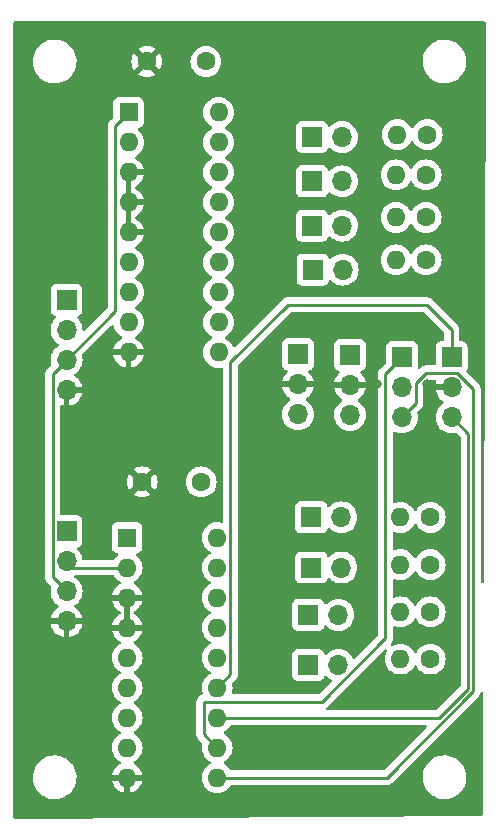
<source format=gbl>
%TF.GenerationSoftware,KiCad,Pcbnew,7.0.7+dfsg-1*%
%TF.CreationDate,2024-04-04T18:03:27+01:00*%
%TF.ProjectId,point-controller-switches,706f696e-742d-4636-9f6e-74726f6c6c65,rev?*%
%TF.SameCoordinates,Original*%
%TF.FileFunction,Copper,L2,Bot*%
%TF.FilePolarity,Positive*%
%FSLAX46Y46*%
G04 Gerber Fmt 4.6, Leading zero omitted, Abs format (unit mm)*
G04 Created by KiCad (PCBNEW 7.0.7+dfsg-1) date 2024-04-04 18:03:27*
%MOMM*%
%LPD*%
G01*
G04 APERTURE LIST*
%TA.AperFunction,ComponentPad*%
%ADD10R,1.700000X1.700000*%
%TD*%
%TA.AperFunction,ComponentPad*%
%ADD11O,1.700000X1.700000*%
%TD*%
%TA.AperFunction,ComponentPad*%
%ADD12C,1.600000*%
%TD*%
%TA.AperFunction,ComponentPad*%
%ADD13O,1.600000X1.600000*%
%TD*%
%TA.AperFunction,ComponentPad*%
%ADD14R,1.600000X1.600000*%
%TD*%
%TA.AperFunction,ViaPad*%
%ADD15C,0.800000*%
%TD*%
%TA.AperFunction,Conductor*%
%ADD16C,0.250000*%
%TD*%
G04 APERTURE END LIST*
D10*
%TO.P,D3,1,K*%
%TO.N,Net-(D3-K)*%
X131800000Y-97550000D03*
D11*
%TO.P,D3,2,A*%
%TO.N,Net-(D3-A)*%
X134340000Y-97550000D03*
%TD*%
D10*
%TO.P,SW2,1,1*%
%TO.N,Net-(U1-GP3)*%
X135000000Y-112245000D03*
D11*
%TO.P,SW2,2,2*%
%TO.N,GND*%
X135000000Y-114785000D03*
%TO.P,SW2,3,3*%
%TO.N,Net-(U1-GP2)*%
X135000000Y-117325000D03*
%TD*%
D12*
%TO.P,R2,1*%
%TO.N,+5V*%
X141445000Y-100600000D03*
D13*
%TO.P,R2,2*%
%TO.N,Net-(D2-A)*%
X138905000Y-100600000D03*
%TD*%
D10*
%TO.P,SW4,1,1*%
%TO.N,Net-(U2-GP3)*%
X143600000Y-112445000D03*
D11*
%TO.P,SW4,2,2*%
%TO.N,GND*%
X143600000Y-114985000D03*
%TO.P,SW4,3,3*%
%TO.N,Net-(U2-GP2)*%
X143600000Y-117525000D03*
%TD*%
D10*
%TO.P,D6,1,K*%
%TO.N,Net-(D6-K)*%
X131470000Y-134250000D03*
D11*
%TO.P,D6,2,A*%
%TO.N,Net-(D6-A)*%
X134010000Y-134250000D03*
%TD*%
D12*
%TO.P,R7,1*%
%TO.N,+5V*%
X141800000Y-130000000D03*
D13*
%TO.P,R7,2*%
%TO.N,Net-(D7-A)*%
X139260000Y-130000000D03*
%TD*%
D10*
%TO.P,D2,1,K*%
%TO.N,Net-(D2-K)*%
X131800000Y-101300000D03*
D11*
%TO.P,D2,2,A*%
%TO.N,Net-(D2-A)*%
X134340000Y-101300000D03*
%TD*%
D12*
%TO.P,R8,1*%
%TO.N,+5V*%
X141800000Y-126000000D03*
D13*
%TO.P,R8,2*%
%TO.N,Net-(D8-A)*%
X139260000Y-126000000D03*
%TD*%
D12*
%TO.P,R5,1*%
%TO.N,+5V*%
X141800000Y-138000000D03*
D13*
%TO.P,R5,2*%
%TO.N,Net-(D5-A)*%
X139260000Y-138000000D03*
%TD*%
D10*
%TO.P,SW3,1,1*%
%TO.N,Net-(U2-GP1)*%
X139400000Y-112445000D03*
D11*
%TO.P,SW3,2,2*%
%TO.N,GND*%
X139400000Y-114985000D03*
%TO.P,SW3,3,3*%
%TO.N,Net-(U2-GP0)*%
X139400000Y-117525000D03*
%TD*%
D10*
%TO.P,D7,1,K*%
%TO.N,Net-(D7-K)*%
X131720000Y-130250000D03*
D11*
%TO.P,D7,2,A*%
%TO.N,Net-(D7-A)*%
X134260000Y-130250000D03*
%TD*%
D10*
%TO.P,J1,1,Pin_1*%
%TO.N,+5V*%
X111000000Y-107580000D03*
D11*
%TO.P,J1,2,Pin_2*%
%TO.N,I2C SDA*%
X111000000Y-110120000D03*
%TO.P,J1,3,Pin_3*%
%TO.N,I2C SCL*%
X111000000Y-112660000D03*
%TO.P,J1,4,Pin_4*%
%TO.N,GND*%
X111000000Y-115200000D03*
%TD*%
D12*
%TO.P,C2,1*%
%TO.N,+5V*%
X122400000Y-123000000D03*
%TO.P,C2,2*%
%TO.N,GND*%
X117400000Y-123000000D03*
%TD*%
D10*
%TO.P,J2,1,Pin_1*%
%TO.N,+5V*%
X111000000Y-127180000D03*
D11*
%TO.P,J2,2,Pin_2*%
%TO.N,I2C SDA*%
X111000000Y-129720000D03*
%TO.P,J2,3,Pin_3*%
%TO.N,I2C SCL*%
X111000000Y-132260000D03*
%TO.P,J2,4,Pin_4*%
%TO.N,GND*%
X111000000Y-134800000D03*
%TD*%
D12*
%TO.P,R6,1*%
%TO.N,+5V*%
X141800000Y-134000000D03*
D13*
%TO.P,R6,2*%
%TO.N,Net-(D6-A)*%
X139260000Y-134000000D03*
%TD*%
D10*
%TO.P,D5,1,K*%
%TO.N,Net-(D5-K)*%
X131470000Y-138500000D03*
D11*
%TO.P,D5,2,A*%
%TO.N,Net-(D5-A)*%
X134010000Y-138500000D03*
%TD*%
D10*
%TO.P,SW1,1,1*%
%TO.N,Net-(U1-GP1)*%
X130600000Y-112200000D03*
D11*
%TO.P,SW1,2,2*%
%TO.N,GND*%
X130600000Y-114740000D03*
%TO.P,SW1,3,3*%
%TO.N,Net-(U1-GP0)*%
X130600000Y-117280000D03*
%TD*%
D12*
%TO.P,C1,1*%
%TO.N,+5V*%
X122800000Y-87400000D03*
%TO.P,C1,2*%
%TO.N,GND*%
X117800000Y-87400000D03*
%TD*%
D10*
%TO.P,D8,1,K*%
%TO.N,Net-(D8-K)*%
X131720000Y-126000000D03*
D11*
%TO.P,D8,2,A*%
%TO.N,Net-(D8-A)*%
X134260000Y-126000000D03*
%TD*%
D12*
%TO.P,R1,1*%
%TO.N,+5V*%
X141445000Y-104200000D03*
D13*
%TO.P,R1,2*%
%TO.N,Net-(D1-A)*%
X138905000Y-104200000D03*
%TD*%
D10*
%TO.P,D4,1,K*%
%TO.N,Net-(D4-K)*%
X131800000Y-93800000D03*
D11*
%TO.P,D4,2,A*%
%TO.N,Net-(D4-A)*%
X134340000Y-93800000D03*
%TD*%
D14*
%TO.P,U1,1,SCL*%
%TO.N,I2C SCL*%
X116250000Y-91710000D03*
D13*
%TO.P,U1,2,SDA*%
%TO.N,I2C SDA*%
X116250000Y-94250000D03*
%TO.P,U1,3,A2*%
%TO.N,GND*%
X116250000Y-96790000D03*
%TO.P,U1,4,A1*%
X116250000Y-99330000D03*
%TO.P,U1,5,A0*%
X116250000Y-101870000D03*
%TO.P,U1,6,~{RESET}*%
%TO.N,+5V*%
X116250000Y-104410000D03*
%TO.P,U1,7,NC*%
%TO.N,unconnected-(U1-NC-Pad7)*%
X116250000Y-106950000D03*
%TO.P,U1,8,INT*%
%TO.N,unconnected-(U1-INT-Pad8)*%
X116250000Y-109490000D03*
%TO.P,U1,9,VSS*%
%TO.N,GND*%
X116250000Y-112030000D03*
%TO.P,U1,10,GP0*%
%TO.N,Net-(U1-GP0)*%
X123870000Y-112030000D03*
%TO.P,U1,11,GP1*%
%TO.N,Net-(U1-GP1)*%
X123870000Y-109490000D03*
%TO.P,U1,12,GP2*%
%TO.N,Net-(U1-GP2)*%
X123870000Y-106950000D03*
%TO.P,U1,13,GP3*%
%TO.N,Net-(U1-GP3)*%
X123870000Y-104410000D03*
%TO.P,U1,14,GP4*%
%TO.N,Net-(D1-K)*%
X123870000Y-101870000D03*
%TO.P,U1,15,GP5*%
%TO.N,Net-(D2-K)*%
X123870000Y-99330000D03*
%TO.P,U1,16,GP6*%
%TO.N,Net-(D3-K)*%
X123870000Y-96790000D03*
%TO.P,U1,17,GP7*%
%TO.N,Net-(D4-K)*%
X123870000Y-94250000D03*
%TO.P,U1,18,VDD*%
%TO.N,+5V*%
X123870000Y-91710000D03*
%TD*%
D12*
%TO.P,R4,1*%
%TO.N,+5V*%
X141540000Y-93600000D03*
D13*
%TO.P,R4,2*%
%TO.N,Net-(D4-A)*%
X139000000Y-93600000D03*
%TD*%
D14*
%TO.P,U2,1,SCL*%
%TO.N,I2C SCL*%
X116130000Y-127720000D03*
D13*
%TO.P,U2,2,SDA*%
%TO.N,I2C SDA*%
X116130000Y-130260000D03*
%TO.P,U2,3,A2*%
%TO.N,GND*%
X116130000Y-132800000D03*
%TO.P,U2,4,A1*%
X116130000Y-135340000D03*
%TO.P,U2,5,A0*%
%TO.N,+5V*%
X116130000Y-137880000D03*
%TO.P,U2,6,~{RESET}*%
X116130000Y-140420000D03*
%TO.P,U2,7,NC*%
%TO.N,unconnected-(U2-NC-Pad7)*%
X116130000Y-142960000D03*
%TO.P,U2,8,INT*%
%TO.N,unconnected-(U2-INT-Pad8)*%
X116130000Y-145500000D03*
%TO.P,U2,9,VSS*%
%TO.N,GND*%
X116130000Y-148040000D03*
%TO.P,U2,10,GP0*%
%TO.N,Net-(U2-GP0)*%
X123750000Y-148040000D03*
%TO.P,U2,11,GP1*%
%TO.N,Net-(U2-GP1)*%
X123750000Y-145500000D03*
%TO.P,U2,12,GP2*%
%TO.N,Net-(U2-GP2)*%
X123750000Y-142960000D03*
%TO.P,U2,13,GP3*%
%TO.N,Net-(U2-GP3)*%
X123750000Y-140420000D03*
%TO.P,U2,14,GP4*%
%TO.N,Net-(D5-K)*%
X123750000Y-137880000D03*
%TO.P,U2,15,GP5*%
%TO.N,Net-(D6-K)*%
X123750000Y-135340000D03*
%TO.P,U2,16,GP6*%
%TO.N,Net-(D7-K)*%
X123750000Y-132800000D03*
%TO.P,U2,17,GP7*%
%TO.N,Net-(D8-K)*%
X123750000Y-130260000D03*
%TO.P,U2,18,VDD*%
%TO.N,+5V*%
X123750000Y-127720000D03*
%TD*%
D12*
%TO.P,R3,1*%
%TO.N,+5V*%
X141445000Y-97000000D03*
D13*
%TO.P,R3,2*%
%TO.N,Net-(D3-A)*%
X138905000Y-97000000D03*
%TD*%
D10*
%TO.P,D1,1,K*%
%TO.N,Net-(D1-K)*%
X131840000Y-105025000D03*
D11*
%TO.P,D1,2,A*%
%TO.N,Net-(D1-A)*%
X134380000Y-105025000D03*
%TD*%
D15*
%TO.N,GND*%
X126750000Y-131500000D03*
X126750000Y-134000000D03*
X127250000Y-105750000D03*
X126750000Y-136500000D03*
X127250000Y-108750000D03*
X127500000Y-100500000D03*
X131000000Y-145500000D03*
X128000000Y-112250000D03*
X137250000Y-114750000D03*
X127250000Y-95250000D03*
X127500000Y-97750000D03*
X126250000Y-125500000D03*
X141500000Y-114750000D03*
X115750000Y-120750000D03*
X121250000Y-115000000D03*
%TD*%
D16*
%TO.N,I2C SDA*%
X111540000Y-130260000D02*
X111000000Y-129720000D01*
X116130000Y-130260000D02*
X111540000Y-130260000D01*
%TO.N,I2C SCL*%
X111000000Y-132260000D02*
X109825000Y-131085000D01*
X111000000Y-112660000D02*
X115125000Y-108535000D01*
X115125000Y-108535000D02*
X115125000Y-92835000D01*
X109825000Y-131085000D02*
X109825000Y-113835000D01*
X115125000Y-92835000D02*
X116250000Y-91710000D01*
X109825000Y-113835000D02*
X111000000Y-112660000D01*
%TO.N,Net-(U2-GP1)*%
X122625000Y-141625000D02*
X132625000Y-141625000D01*
X132625000Y-141625000D02*
X138000000Y-136250000D01*
X123750000Y-145500000D02*
X122625000Y-144375000D01*
X138000000Y-136250000D02*
X138000000Y-113845000D01*
X138000000Y-113845000D02*
X139400000Y-112445000D01*
X122625000Y-144375000D02*
X122625000Y-141625000D01*
%TO.N,Net-(U2-GP0)*%
X140575000Y-114649695D02*
X140575000Y-116350000D01*
X145450000Y-140686396D02*
X145450000Y-115173299D01*
X140575000Y-116350000D02*
X139400000Y-117525000D01*
X138096396Y-148040000D02*
X145450000Y-140686396D01*
X144026701Y-113750000D02*
X141474695Y-113750000D01*
X145450000Y-115173299D02*
X144026701Y-113750000D01*
X141474695Y-113750000D02*
X140575000Y-114649695D01*
X123750000Y-148040000D02*
X138096396Y-148040000D01*
%TO.N,Net-(U2-GP3)*%
X143600000Y-110100000D02*
X143600000Y-112445000D01*
X129750000Y-108000000D02*
X141500000Y-108000000D01*
X124875000Y-112875000D02*
X129750000Y-108000000D01*
X123750000Y-140420000D02*
X124875000Y-139295000D01*
X141500000Y-108000000D02*
X143600000Y-110100000D01*
X124875000Y-139295000D02*
X124875000Y-112875000D01*
%TO.N,Net-(U2-GP2)*%
X145000000Y-118925000D02*
X143600000Y-117525000D01*
X123750000Y-142960000D02*
X142540000Y-142960000D01*
X145000000Y-140500000D02*
X145000000Y-118925000D01*
X142540000Y-142960000D02*
X145000000Y-140500000D01*
%TD*%
%TA.AperFunction,Conductor*%
%TO.N,GND*%
G36*
X116023331Y-133188091D02*
G01*
X116055699Y-133193218D01*
X116098515Y-133200000D01*
X116098519Y-133200000D01*
X116161485Y-133200000D01*
X116204300Y-133193218D01*
X116236602Y-133188102D01*
X116305894Y-133197056D01*
X116359347Y-133242052D01*
X116379987Y-133308803D01*
X116380000Y-133310575D01*
X116380000Y-134829424D01*
X116360315Y-134896463D01*
X116307511Y-134942218D01*
X116238353Y-134952162D01*
X116236602Y-134951897D01*
X116161486Y-134940000D01*
X116161481Y-134940000D01*
X116098519Y-134940000D01*
X116098514Y-134940000D01*
X116023398Y-134951897D01*
X115954104Y-134942942D01*
X115900652Y-134897946D01*
X115880013Y-134831194D01*
X115880000Y-134829424D01*
X115880000Y-133310575D01*
X115899685Y-133243536D01*
X115952489Y-133197781D01*
X116021647Y-133187837D01*
X116023331Y-133188091D01*
G37*
%TD.AperFunction*%
%TA.AperFunction,Conductor*%
G36*
X116143331Y-99718091D02*
G01*
X116175699Y-99723218D01*
X116218515Y-99730000D01*
X116218519Y-99730000D01*
X116281485Y-99730000D01*
X116318960Y-99724064D01*
X116356602Y-99718102D01*
X116425893Y-99727056D01*
X116479346Y-99772052D01*
X116499986Y-99838803D01*
X116499999Y-99840575D01*
X116500000Y-100530000D01*
X116499999Y-101359424D01*
X116480314Y-101426464D01*
X116427510Y-101472218D01*
X116358352Y-101482162D01*
X116356601Y-101481897D01*
X116281486Y-101470000D01*
X116281481Y-101470000D01*
X116218519Y-101470000D01*
X116218514Y-101470000D01*
X116143398Y-101481897D01*
X116074104Y-101472942D01*
X116020652Y-101427946D01*
X116000013Y-101361194D01*
X116000000Y-101359424D01*
X116000000Y-99840575D01*
X116019685Y-99773536D01*
X116072489Y-99727781D01*
X116141647Y-99717837D01*
X116143331Y-99718091D01*
G37*
%TD.AperFunction*%
%TA.AperFunction,Conductor*%
G36*
X116143331Y-97178091D02*
G01*
X116175699Y-97183218D01*
X116218515Y-97190000D01*
X116218519Y-97190000D01*
X116281485Y-97190000D01*
X116324300Y-97183218D01*
X116356602Y-97178102D01*
X116425894Y-97187056D01*
X116479347Y-97232052D01*
X116499987Y-97298803D01*
X116500000Y-97300575D01*
X116500000Y-97990000D01*
X116499999Y-98819424D01*
X116480314Y-98886464D01*
X116427510Y-98932218D01*
X116358352Y-98942162D01*
X116356601Y-98941897D01*
X116281486Y-98930000D01*
X116281481Y-98930000D01*
X116218519Y-98930000D01*
X116218514Y-98930000D01*
X116143398Y-98941897D01*
X116074104Y-98932942D01*
X116020652Y-98887946D01*
X116000013Y-98821194D01*
X116000000Y-98819424D01*
X116000000Y-97300575D01*
X116019685Y-97233536D01*
X116072489Y-97187781D01*
X116141647Y-97177837D01*
X116143331Y-97178091D01*
G37*
%TD.AperFunction*%
%TA.AperFunction,Conductor*%
G36*
X146442577Y-84019685D02*
G01*
X146488332Y-84072489D01*
X146499537Y-84124461D01*
X146323499Y-131478769D01*
X146303566Y-131545735D01*
X146250592Y-131591293D01*
X146181397Y-131600979D01*
X146117949Y-131571718D01*
X146080394Y-131512800D01*
X146075500Y-131478308D01*
X146075500Y-115256041D01*
X146077224Y-115240421D01*
X146076939Y-115240394D01*
X146077673Y-115232632D01*
X146075500Y-115163471D01*
X146075500Y-115133955D01*
X146075500Y-115133949D01*
X146074631Y-115127078D01*
X146074173Y-115121251D01*
X146073786Y-115108933D01*
X146072710Y-115074672D01*
X146067119Y-115055429D01*
X146063173Y-115036377D01*
X146060664Y-115016507D01*
X146043504Y-114973166D01*
X146041624Y-114967678D01*
X146028618Y-114922909D01*
X146018422Y-114905669D01*
X146009861Y-114888193D01*
X146002487Y-114869569D01*
X146002486Y-114869567D01*
X145975079Y-114831844D01*
X145971888Y-114826985D01*
X145948172Y-114786882D01*
X145948165Y-114786873D01*
X145934006Y-114772714D01*
X145921368Y-114757918D01*
X145919019Y-114754685D01*
X145909594Y-114741712D01*
X145903309Y-114736513D01*
X145873688Y-114712008D01*
X145869376Y-114708085D01*
X144886216Y-113724924D01*
X144852731Y-113663601D01*
X144857715Y-113593909D01*
X144874627Y-113562936D01*
X144893796Y-113537331D01*
X144944091Y-113402483D01*
X144950500Y-113342873D01*
X144950499Y-111547128D01*
X144944091Y-111487517D01*
X144943512Y-111485965D01*
X144893797Y-111352671D01*
X144893793Y-111352664D01*
X144807547Y-111237455D01*
X144807544Y-111237452D01*
X144692335Y-111151206D01*
X144692328Y-111151202D01*
X144557482Y-111100908D01*
X144557483Y-111100908D01*
X144497883Y-111094501D01*
X144497881Y-111094500D01*
X144497873Y-111094500D01*
X144497865Y-111094500D01*
X144349500Y-111094500D01*
X144282461Y-111074815D01*
X144236706Y-111022011D01*
X144225500Y-110970500D01*
X144225500Y-110182737D01*
X144227224Y-110167123D01*
X144226938Y-110167096D01*
X144227672Y-110159333D01*
X144227150Y-110142734D01*
X144225500Y-110090202D01*
X144225500Y-110060650D01*
X144224629Y-110053759D01*
X144224172Y-110047945D01*
X144222709Y-110001374D01*
X144222709Y-110001372D01*
X144217120Y-109982137D01*
X144213174Y-109963084D01*
X144210664Y-109943208D01*
X144193501Y-109899859D01*
X144191614Y-109894346D01*
X144188781Y-109884596D01*
X144178617Y-109849610D01*
X144168421Y-109832369D01*
X144159860Y-109814893D01*
X144152486Y-109796269D01*
X144152486Y-109796267D01*
X144142474Y-109782488D01*
X144125083Y-109758550D01*
X144121900Y-109753705D01*
X144098170Y-109713579D01*
X144098165Y-109713573D01*
X144084005Y-109699413D01*
X144071370Y-109684620D01*
X144059593Y-109668412D01*
X144023693Y-109638713D01*
X144019381Y-109634790D01*
X142000802Y-107616211D01*
X141990980Y-107603950D01*
X141990759Y-107604134D01*
X141985786Y-107598123D01*
X141967159Y-107580631D01*
X141935364Y-107550773D01*
X141924919Y-107540328D01*
X141914475Y-107529883D01*
X141908986Y-107525625D01*
X141904561Y-107521847D01*
X141870582Y-107489938D01*
X141870580Y-107489936D01*
X141870577Y-107489935D01*
X141853029Y-107480288D01*
X141836763Y-107469604D01*
X141820933Y-107457325D01*
X141778168Y-107438818D01*
X141772922Y-107436248D01*
X141732093Y-107413803D01*
X141732092Y-107413802D01*
X141712693Y-107408822D01*
X141694281Y-107402518D01*
X141675898Y-107394562D01*
X141675892Y-107394560D01*
X141629874Y-107387272D01*
X141624152Y-107386087D01*
X141579021Y-107374500D01*
X141579019Y-107374500D01*
X141558984Y-107374500D01*
X141539586Y-107372973D01*
X141532162Y-107371797D01*
X141519805Y-107369840D01*
X141519804Y-107369840D01*
X141473416Y-107374225D01*
X141467578Y-107374500D01*
X129832738Y-107374500D01*
X129817121Y-107372776D01*
X129817094Y-107373062D01*
X129809332Y-107372327D01*
X129740204Y-107374500D01*
X129710650Y-107374500D01*
X129709929Y-107374590D01*
X129703757Y-107375369D01*
X129697945Y-107375826D01*
X129651373Y-107377290D01*
X129651372Y-107377290D01*
X129632129Y-107382881D01*
X129613079Y-107386825D01*
X129593211Y-107389334D01*
X129593209Y-107389335D01*
X129549884Y-107406488D01*
X129544357Y-107408380D01*
X129499610Y-107421381D01*
X129499609Y-107421382D01*
X129482367Y-107431579D01*
X129464899Y-107440137D01*
X129446269Y-107447513D01*
X129446267Y-107447514D01*
X129408576Y-107474898D01*
X129403694Y-107478105D01*
X129363579Y-107501830D01*
X129349408Y-107516000D01*
X129334623Y-107528628D01*
X129318412Y-107540407D01*
X129288709Y-107576310D01*
X129284777Y-107580631D01*
X125280845Y-111584562D01*
X125219522Y-111618047D01*
X125149830Y-111613063D01*
X125093897Y-111571191D01*
X125080785Y-111549291D01*
X125000568Y-111377266D01*
X124870047Y-111190861D01*
X124870045Y-111190858D01*
X124709141Y-111029954D01*
X124522734Y-110899432D01*
X124522728Y-110899429D01*
X124464725Y-110872382D01*
X124412285Y-110826210D01*
X124393133Y-110759017D01*
X124413348Y-110692135D01*
X124464725Y-110647618D01*
X124522734Y-110620568D01*
X124709139Y-110490047D01*
X124870047Y-110329139D01*
X125000568Y-110142734D01*
X125096739Y-109936496D01*
X125155635Y-109716692D01*
X125175468Y-109490000D01*
X125155635Y-109263308D01*
X125096739Y-109043504D01*
X125000568Y-108837266D01*
X124870047Y-108650861D01*
X124870045Y-108650858D01*
X124709141Y-108489954D01*
X124522734Y-108359432D01*
X124522728Y-108359429D01*
X124464725Y-108332382D01*
X124412285Y-108286210D01*
X124393133Y-108219017D01*
X124413348Y-108152135D01*
X124464725Y-108107618D01*
X124522734Y-108080568D01*
X124709139Y-107950047D01*
X124870047Y-107789139D01*
X125000568Y-107602734D01*
X125096739Y-107396496D01*
X125155635Y-107176692D01*
X125175468Y-106950000D01*
X125155635Y-106723308D01*
X125096739Y-106503504D01*
X125000568Y-106297266D01*
X124870047Y-106110861D01*
X124870045Y-106110858D01*
X124709141Y-105949954D01*
X124670461Y-105922870D01*
X130489500Y-105922870D01*
X130489501Y-105922876D01*
X130495908Y-105982483D01*
X130546202Y-106117328D01*
X130546206Y-106117335D01*
X130632452Y-106232544D01*
X130632455Y-106232547D01*
X130747664Y-106318793D01*
X130747671Y-106318797D01*
X130882517Y-106369091D01*
X130882516Y-106369091D01*
X130889444Y-106369835D01*
X130942127Y-106375500D01*
X132737872Y-106375499D01*
X132797483Y-106369091D01*
X132932331Y-106318796D01*
X133047546Y-106232546D01*
X133133796Y-106117331D01*
X133182810Y-105985916D01*
X133224681Y-105929984D01*
X133290145Y-105905566D01*
X133358418Y-105920417D01*
X133386672Y-105941568D01*
X133508599Y-106063495D01*
X133605384Y-106131264D01*
X133702165Y-106199032D01*
X133702167Y-106199033D01*
X133702170Y-106199035D01*
X133916337Y-106298903D01*
X134144592Y-106360063D01*
X134321034Y-106375500D01*
X134379999Y-106380659D01*
X134380000Y-106380659D01*
X134380001Y-106380659D01*
X134438966Y-106375500D01*
X134615408Y-106360063D01*
X134843663Y-106298903D01*
X135057830Y-106199035D01*
X135251401Y-106063495D01*
X135418495Y-105896401D01*
X135554035Y-105702830D01*
X135653903Y-105488663D01*
X135715063Y-105260408D01*
X135735659Y-105025000D01*
X135715063Y-104789592D01*
X135653903Y-104561337D01*
X135554035Y-104347171D01*
X135450987Y-104200001D01*
X137599532Y-104200001D01*
X137619364Y-104426686D01*
X137619366Y-104426697D01*
X137678258Y-104646488D01*
X137678261Y-104646497D01*
X137774431Y-104852732D01*
X137774432Y-104852734D01*
X137904954Y-105039141D01*
X138065858Y-105200045D01*
X138065861Y-105200047D01*
X138252266Y-105330568D01*
X138458504Y-105426739D01*
X138678308Y-105485635D01*
X138840230Y-105499801D01*
X138904998Y-105505468D01*
X138905000Y-105505468D01*
X138905002Y-105505468D01*
X138961672Y-105500509D01*
X139131692Y-105485635D01*
X139351496Y-105426739D01*
X139557734Y-105330568D01*
X139744139Y-105200047D01*
X139905047Y-105039139D01*
X140035568Y-104852734D01*
X140062618Y-104794724D01*
X140108790Y-104742285D01*
X140175983Y-104723133D01*
X140242865Y-104743348D01*
X140287382Y-104794725D01*
X140314429Y-104852728D01*
X140314432Y-104852734D01*
X140444954Y-105039141D01*
X140605858Y-105200045D01*
X140605861Y-105200047D01*
X140792266Y-105330568D01*
X140998504Y-105426739D01*
X141218308Y-105485635D01*
X141380230Y-105499801D01*
X141444998Y-105505468D01*
X141445000Y-105505468D01*
X141445002Y-105505468D01*
X141501672Y-105500509D01*
X141671692Y-105485635D01*
X141891496Y-105426739D01*
X142097734Y-105330568D01*
X142284139Y-105200047D01*
X142445047Y-105039139D01*
X142575568Y-104852734D01*
X142671739Y-104646496D01*
X142730635Y-104426692D01*
X142750468Y-104200000D01*
X142730635Y-103973308D01*
X142671739Y-103753504D01*
X142575568Y-103547266D01*
X142445047Y-103360861D01*
X142445045Y-103360858D01*
X142284141Y-103199954D01*
X142097734Y-103069432D01*
X142097732Y-103069431D01*
X141891497Y-102973261D01*
X141891488Y-102973258D01*
X141671697Y-102914366D01*
X141671693Y-102914365D01*
X141671692Y-102914365D01*
X141671691Y-102914364D01*
X141671686Y-102914364D01*
X141445002Y-102894532D01*
X141444998Y-102894532D01*
X141218313Y-102914364D01*
X141218302Y-102914366D01*
X140998511Y-102973258D01*
X140998502Y-102973261D01*
X140792267Y-103069431D01*
X140792265Y-103069432D01*
X140605858Y-103199954D01*
X140444954Y-103360858D01*
X140314432Y-103547265D01*
X140314431Y-103547267D01*
X140287382Y-103605275D01*
X140241209Y-103657714D01*
X140174016Y-103676866D01*
X140107135Y-103656650D01*
X140062618Y-103605275D01*
X140035568Y-103547266D01*
X139905047Y-103360861D01*
X139905045Y-103360858D01*
X139744141Y-103199954D01*
X139557734Y-103069432D01*
X139557732Y-103069431D01*
X139351497Y-102973261D01*
X139351488Y-102973258D01*
X139131697Y-102914366D01*
X139131693Y-102914365D01*
X139131692Y-102914365D01*
X139131691Y-102914364D01*
X139131686Y-102914364D01*
X138905002Y-102894532D01*
X138904998Y-102894532D01*
X138678313Y-102914364D01*
X138678302Y-102914366D01*
X138458511Y-102973258D01*
X138458502Y-102973261D01*
X138252267Y-103069431D01*
X138252265Y-103069432D01*
X138065858Y-103199954D01*
X137904954Y-103360858D01*
X137774432Y-103547265D01*
X137774431Y-103547267D01*
X137678261Y-103753502D01*
X137678258Y-103753511D01*
X137619366Y-103973302D01*
X137619364Y-103973313D01*
X137599532Y-104199998D01*
X137599532Y-104200001D01*
X135450987Y-104200001D01*
X135450986Y-104200000D01*
X135418494Y-104153597D01*
X135251402Y-103986506D01*
X135251395Y-103986501D01*
X135057834Y-103850967D01*
X135057830Y-103850965D01*
X135057828Y-103850964D01*
X134843663Y-103751097D01*
X134843659Y-103751096D01*
X134843655Y-103751094D01*
X134615413Y-103689938D01*
X134615403Y-103689936D01*
X134380001Y-103669341D01*
X134379999Y-103669341D01*
X134144596Y-103689936D01*
X134144586Y-103689938D01*
X133916344Y-103751094D01*
X133916337Y-103751096D01*
X133916337Y-103751097D01*
X133911175Y-103753504D01*
X133702171Y-103850964D01*
X133702169Y-103850965D01*
X133508600Y-103986503D01*
X133386673Y-104108430D01*
X133325350Y-104141914D01*
X133255658Y-104136930D01*
X133199725Y-104095058D01*
X133182810Y-104064081D01*
X133133797Y-103932671D01*
X133133793Y-103932664D01*
X133047547Y-103817455D01*
X133047544Y-103817452D01*
X132932335Y-103731206D01*
X132932328Y-103731202D01*
X132797482Y-103680908D01*
X132797483Y-103680908D01*
X132737883Y-103674501D01*
X132737881Y-103674500D01*
X132737873Y-103674500D01*
X132737864Y-103674500D01*
X130942129Y-103674500D01*
X130942123Y-103674501D01*
X130882516Y-103680908D01*
X130747671Y-103731202D01*
X130747664Y-103731206D01*
X130632455Y-103817452D01*
X130632452Y-103817455D01*
X130546206Y-103932664D01*
X130546202Y-103932671D01*
X130495908Y-104067517D01*
X130489501Y-104127116D01*
X130489500Y-104127135D01*
X130489500Y-105922870D01*
X124670461Y-105922870D01*
X124522734Y-105819432D01*
X124522728Y-105819429D01*
X124464725Y-105792382D01*
X124412285Y-105746210D01*
X124393133Y-105679017D01*
X124413348Y-105612135D01*
X124464725Y-105567618D01*
X124522734Y-105540568D01*
X124709139Y-105410047D01*
X124870047Y-105249139D01*
X125000568Y-105062734D01*
X125096739Y-104856496D01*
X125155635Y-104636692D01*
X125175468Y-104410000D01*
X125155635Y-104183308D01*
X125096739Y-103963504D01*
X125000568Y-103757266D01*
X124870047Y-103570861D01*
X124870045Y-103570858D01*
X124709141Y-103409954D01*
X124522734Y-103279432D01*
X124522728Y-103279429D01*
X124464725Y-103252382D01*
X124412285Y-103206210D01*
X124393133Y-103139017D01*
X124413348Y-103072135D01*
X124464725Y-103027618D01*
X124465319Y-103027341D01*
X124522734Y-103000568D01*
X124709139Y-102870047D01*
X124870047Y-102709139D01*
X125000568Y-102522734D01*
X125096739Y-102316496D01*
X125128525Y-102197870D01*
X130449500Y-102197870D01*
X130449501Y-102197876D01*
X130455908Y-102257483D01*
X130506202Y-102392328D01*
X130506206Y-102392335D01*
X130592452Y-102507544D01*
X130592455Y-102507547D01*
X130707664Y-102593793D01*
X130707671Y-102593797D01*
X130842517Y-102644091D01*
X130842516Y-102644091D01*
X130849444Y-102644835D01*
X130902127Y-102650500D01*
X132697872Y-102650499D01*
X132757483Y-102644091D01*
X132892331Y-102593796D01*
X133007546Y-102507546D01*
X133093796Y-102392331D01*
X133142810Y-102260916D01*
X133184681Y-102204984D01*
X133250145Y-102180566D01*
X133318418Y-102195417D01*
X133346673Y-102216569D01*
X133468599Y-102338495D01*
X133565384Y-102406264D01*
X133662165Y-102474032D01*
X133662167Y-102474033D01*
X133662170Y-102474035D01*
X133876337Y-102573903D01*
X134104592Y-102635063D01*
X134281034Y-102650500D01*
X134339999Y-102655659D01*
X134340000Y-102655659D01*
X134340001Y-102655659D01*
X134398966Y-102650500D01*
X134575408Y-102635063D01*
X134803663Y-102573903D01*
X135017830Y-102474035D01*
X135211401Y-102338495D01*
X135378495Y-102171401D01*
X135514035Y-101977830D01*
X135613903Y-101763663D01*
X135675063Y-101535408D01*
X135695659Y-101300000D01*
X135675063Y-101064592D01*
X135613903Y-100836337D01*
X135514035Y-100622171D01*
X135498512Y-100600001D01*
X137599532Y-100600001D01*
X137619364Y-100826686D01*
X137619366Y-100826697D01*
X137678258Y-101046488D01*
X137678261Y-101046497D01*
X137774431Y-101252732D01*
X137774432Y-101252734D01*
X137904954Y-101439141D01*
X138065858Y-101600045D01*
X138065861Y-101600047D01*
X138252266Y-101730568D01*
X138458504Y-101826739D01*
X138678308Y-101885635D01*
X138840230Y-101899801D01*
X138904998Y-101905468D01*
X138905000Y-101905468D01*
X138905002Y-101905468D01*
X138961672Y-101900509D01*
X139131692Y-101885635D01*
X139351496Y-101826739D01*
X139557734Y-101730568D01*
X139744139Y-101600047D01*
X139905047Y-101439139D01*
X140035568Y-101252734D01*
X140062618Y-101194724D01*
X140108790Y-101142285D01*
X140175983Y-101123133D01*
X140242865Y-101143348D01*
X140287382Y-101194725D01*
X140314429Y-101252728D01*
X140314432Y-101252734D01*
X140444954Y-101439141D01*
X140605858Y-101600045D01*
X140605861Y-101600047D01*
X140792266Y-101730568D01*
X140998504Y-101826739D01*
X141218308Y-101885635D01*
X141380230Y-101899801D01*
X141444998Y-101905468D01*
X141445000Y-101905468D01*
X141445002Y-101905468D01*
X141501672Y-101900509D01*
X141671692Y-101885635D01*
X141891496Y-101826739D01*
X142097734Y-101730568D01*
X142284139Y-101600047D01*
X142445047Y-101439139D01*
X142575568Y-101252734D01*
X142671739Y-101046496D01*
X142730635Y-100826692D01*
X142750468Y-100600000D01*
X142730635Y-100373308D01*
X142671739Y-100153504D01*
X142575568Y-99947266D01*
X142445047Y-99760861D01*
X142445045Y-99760858D01*
X142284141Y-99599954D01*
X142097734Y-99469432D01*
X142097732Y-99469431D01*
X141891497Y-99373261D01*
X141891488Y-99373258D01*
X141671697Y-99314366D01*
X141671693Y-99314365D01*
X141671692Y-99314365D01*
X141671691Y-99314364D01*
X141671686Y-99314364D01*
X141445002Y-99294532D01*
X141444998Y-99294532D01*
X141218313Y-99314364D01*
X141218302Y-99314366D01*
X140998511Y-99373258D01*
X140998502Y-99373261D01*
X140792267Y-99469431D01*
X140792265Y-99469432D01*
X140605858Y-99599954D01*
X140444954Y-99760858D01*
X140314432Y-99947265D01*
X140314431Y-99947267D01*
X140287382Y-100005275D01*
X140241209Y-100057714D01*
X140174016Y-100076866D01*
X140107135Y-100056650D01*
X140062618Y-100005275D01*
X140052106Y-99982732D01*
X140035568Y-99947266D01*
X139905047Y-99760861D01*
X139905045Y-99760858D01*
X139744141Y-99599954D01*
X139557734Y-99469432D01*
X139557732Y-99469431D01*
X139351497Y-99373261D01*
X139351488Y-99373258D01*
X139131697Y-99314366D01*
X139131693Y-99314365D01*
X139131692Y-99314365D01*
X139131691Y-99314364D01*
X139131686Y-99314364D01*
X138905002Y-99294532D01*
X138904998Y-99294532D01*
X138678313Y-99314364D01*
X138678302Y-99314366D01*
X138458511Y-99373258D01*
X138458502Y-99373261D01*
X138252267Y-99469431D01*
X138252265Y-99469432D01*
X138065858Y-99599954D01*
X137904954Y-99760858D01*
X137774432Y-99947265D01*
X137774431Y-99947267D01*
X137678261Y-100153502D01*
X137678258Y-100153511D01*
X137619366Y-100373302D01*
X137619364Y-100373313D01*
X137599532Y-100599998D01*
X137599532Y-100600001D01*
X135498512Y-100600001D01*
X135378494Y-100428597D01*
X135211402Y-100261506D01*
X135211395Y-100261501D01*
X135017834Y-100125967D01*
X135017830Y-100125965D01*
X135017829Y-100125964D01*
X134803663Y-100026097D01*
X134803659Y-100026096D01*
X134803655Y-100026094D01*
X134575413Y-99964938D01*
X134575403Y-99964936D01*
X134340001Y-99944341D01*
X134339999Y-99944341D01*
X134104596Y-99964936D01*
X134104586Y-99964938D01*
X133876344Y-100026094D01*
X133876335Y-100026098D01*
X133662171Y-100125964D01*
X133662169Y-100125965D01*
X133468600Y-100261503D01*
X133346673Y-100383430D01*
X133285350Y-100416914D01*
X133215658Y-100411930D01*
X133159725Y-100370058D01*
X133142810Y-100339081D01*
X133093797Y-100207671D01*
X133093793Y-100207664D01*
X133007547Y-100092455D01*
X133007544Y-100092452D01*
X132892335Y-100006206D01*
X132892328Y-100006202D01*
X132757482Y-99955908D01*
X132757483Y-99955908D01*
X132697883Y-99949501D01*
X132697881Y-99949500D01*
X132697873Y-99949500D01*
X132697864Y-99949500D01*
X130902129Y-99949500D01*
X130902123Y-99949501D01*
X130842516Y-99955908D01*
X130707671Y-100006202D01*
X130707664Y-100006206D01*
X130592455Y-100092452D01*
X130592452Y-100092455D01*
X130506206Y-100207664D01*
X130506202Y-100207671D01*
X130455908Y-100342517D01*
X130449501Y-100402116D01*
X130449500Y-100402135D01*
X130449500Y-102197870D01*
X125128525Y-102197870D01*
X125155635Y-102096692D01*
X125175468Y-101870000D01*
X125155635Y-101643308D01*
X125096739Y-101423504D01*
X125000568Y-101217266D01*
X124893668Y-101064596D01*
X124870045Y-101030858D01*
X124709141Y-100869954D01*
X124522734Y-100739432D01*
X124522728Y-100739429D01*
X124464725Y-100712382D01*
X124412285Y-100666210D01*
X124393133Y-100599017D01*
X124413348Y-100532135D01*
X124464725Y-100487618D01*
X124522734Y-100460568D01*
X124709139Y-100330047D01*
X124870047Y-100169139D01*
X125000568Y-99982734D01*
X125096739Y-99776496D01*
X125155635Y-99556692D01*
X125175468Y-99330000D01*
X125155635Y-99103308D01*
X125096739Y-98883504D01*
X125000568Y-98677266D01*
X124870047Y-98490861D01*
X124870045Y-98490858D01*
X124827057Y-98447870D01*
X130449500Y-98447870D01*
X130449501Y-98447876D01*
X130455908Y-98507483D01*
X130506202Y-98642328D01*
X130506206Y-98642335D01*
X130592452Y-98757544D01*
X130592455Y-98757547D01*
X130707664Y-98843793D01*
X130707671Y-98843797D01*
X130842517Y-98894091D01*
X130842516Y-98894091D01*
X130849444Y-98894835D01*
X130902127Y-98900500D01*
X132697872Y-98900499D01*
X132757483Y-98894091D01*
X132892331Y-98843796D01*
X133007546Y-98757546D01*
X133093796Y-98642331D01*
X133142810Y-98510916D01*
X133184681Y-98454984D01*
X133250145Y-98430566D01*
X133318418Y-98445417D01*
X133346672Y-98466569D01*
X133468599Y-98588495D01*
X133565384Y-98656265D01*
X133662165Y-98724032D01*
X133662167Y-98724033D01*
X133662170Y-98724035D01*
X133876337Y-98823903D01*
X134104592Y-98885063D01*
X134281034Y-98900500D01*
X134339999Y-98905659D01*
X134340000Y-98905659D01*
X134340001Y-98905659D01*
X134398966Y-98900500D01*
X134575408Y-98885063D01*
X134803663Y-98823903D01*
X135017830Y-98724035D01*
X135211401Y-98588495D01*
X135378495Y-98421401D01*
X135514035Y-98227830D01*
X135613903Y-98013663D01*
X135675063Y-97785408D01*
X135695659Y-97550000D01*
X135675063Y-97314592D01*
X135613903Y-97086337D01*
X135573644Y-97000001D01*
X137599532Y-97000001D01*
X137619364Y-97226686D01*
X137619366Y-97226697D01*
X137678258Y-97446488D01*
X137678261Y-97446497D01*
X137774431Y-97652732D01*
X137774432Y-97652734D01*
X137904954Y-97839141D01*
X138065858Y-98000045D01*
X138065861Y-98000047D01*
X138252266Y-98130568D01*
X138458504Y-98226739D01*
X138458509Y-98226740D01*
X138458511Y-98226741D01*
X138511415Y-98240916D01*
X138678308Y-98285635D01*
X138840230Y-98299801D01*
X138904998Y-98305468D01*
X138905000Y-98305468D01*
X138905002Y-98305468D01*
X138961672Y-98300509D01*
X139131692Y-98285635D01*
X139351496Y-98226739D01*
X139557734Y-98130568D01*
X139744139Y-98000047D01*
X139905047Y-97839139D01*
X140035568Y-97652734D01*
X140062618Y-97594724D01*
X140108790Y-97542285D01*
X140175983Y-97523133D01*
X140242865Y-97543348D01*
X140287382Y-97594725D01*
X140314429Y-97652728D01*
X140314432Y-97652734D01*
X140444954Y-97839141D01*
X140605858Y-98000045D01*
X140605861Y-98000047D01*
X140792266Y-98130568D01*
X140998504Y-98226739D01*
X140998509Y-98226740D01*
X140998511Y-98226741D01*
X141051415Y-98240916D01*
X141218308Y-98285635D01*
X141380230Y-98299801D01*
X141444998Y-98305468D01*
X141445000Y-98305468D01*
X141445002Y-98305468D01*
X141501672Y-98300509D01*
X141671692Y-98285635D01*
X141891496Y-98226739D01*
X142097734Y-98130568D01*
X142284139Y-98000047D01*
X142445047Y-97839139D01*
X142575568Y-97652734D01*
X142671739Y-97446496D01*
X142730635Y-97226692D01*
X142750468Y-97000000D01*
X142730635Y-96773308D01*
X142671739Y-96553504D01*
X142575568Y-96347266D01*
X142445047Y-96160861D01*
X142445045Y-96160858D01*
X142284141Y-95999954D01*
X142097734Y-95869432D01*
X142097732Y-95869431D01*
X141891497Y-95773261D01*
X141891488Y-95773258D01*
X141671697Y-95714366D01*
X141671693Y-95714365D01*
X141671692Y-95714365D01*
X141671691Y-95714364D01*
X141671686Y-95714364D01*
X141445002Y-95694532D01*
X141444998Y-95694532D01*
X141218313Y-95714364D01*
X141218302Y-95714366D01*
X140998511Y-95773258D01*
X140998502Y-95773261D01*
X140792267Y-95869431D01*
X140792265Y-95869432D01*
X140605858Y-95999954D01*
X140444954Y-96160858D01*
X140314432Y-96347265D01*
X140314431Y-96347267D01*
X140287382Y-96405275D01*
X140241209Y-96457714D01*
X140174016Y-96476866D01*
X140107135Y-96456650D01*
X140062618Y-96405275D01*
X140055495Y-96390000D01*
X140035568Y-96347266D01*
X139905047Y-96160861D01*
X139905045Y-96160858D01*
X139744141Y-95999954D01*
X139557734Y-95869432D01*
X139557732Y-95869431D01*
X139351497Y-95773261D01*
X139351488Y-95773258D01*
X139131697Y-95714366D01*
X139131693Y-95714365D01*
X139131692Y-95714365D01*
X139131691Y-95714364D01*
X139131686Y-95714364D01*
X138905002Y-95694532D01*
X138904998Y-95694532D01*
X138678313Y-95714364D01*
X138678302Y-95714366D01*
X138458511Y-95773258D01*
X138458502Y-95773261D01*
X138252267Y-95869431D01*
X138252265Y-95869432D01*
X138065858Y-95999954D01*
X137904954Y-96160858D01*
X137774432Y-96347265D01*
X137774431Y-96347267D01*
X137678261Y-96553502D01*
X137678258Y-96553511D01*
X137619366Y-96773302D01*
X137619364Y-96773313D01*
X137599532Y-96999998D01*
X137599532Y-97000001D01*
X135573644Y-97000001D01*
X135514035Y-96872171D01*
X135456500Y-96790001D01*
X135378494Y-96678597D01*
X135211402Y-96511506D01*
X135211395Y-96511501D01*
X135017834Y-96375967D01*
X135017830Y-96375965D01*
X134956285Y-96347266D01*
X134803663Y-96276097D01*
X134803659Y-96276096D01*
X134803655Y-96276094D01*
X134575413Y-96214938D01*
X134575403Y-96214936D01*
X134340001Y-96194341D01*
X134339999Y-96194341D01*
X134104596Y-96214936D01*
X134104586Y-96214938D01*
X133876344Y-96276094D01*
X133876335Y-96276098D01*
X133662171Y-96375964D01*
X133662169Y-96375965D01*
X133468600Y-96511503D01*
X133346673Y-96633430D01*
X133285350Y-96666914D01*
X133215658Y-96661930D01*
X133159725Y-96620058D01*
X133142810Y-96589081D01*
X133093797Y-96457671D01*
X133093793Y-96457664D01*
X133007547Y-96342455D01*
X133007544Y-96342452D01*
X132892335Y-96256206D01*
X132892328Y-96256202D01*
X132757482Y-96205908D01*
X132757483Y-96205908D01*
X132697883Y-96199501D01*
X132697881Y-96199500D01*
X132697873Y-96199500D01*
X132697864Y-96199500D01*
X130902129Y-96199500D01*
X130902123Y-96199501D01*
X130842516Y-96205908D01*
X130707671Y-96256202D01*
X130707664Y-96256206D01*
X130592455Y-96342452D01*
X130592452Y-96342455D01*
X130506206Y-96457664D01*
X130506202Y-96457671D01*
X130455908Y-96592517D01*
X130449501Y-96652116D01*
X130449500Y-96652135D01*
X130449500Y-98447870D01*
X124827057Y-98447870D01*
X124709141Y-98329954D01*
X124522734Y-98199432D01*
X124522728Y-98199429D01*
X124464725Y-98172382D01*
X124412285Y-98126210D01*
X124393133Y-98059017D01*
X124413348Y-97992135D01*
X124464725Y-97947618D01*
X124522734Y-97920568D01*
X124709139Y-97790047D01*
X124870047Y-97629139D01*
X125000568Y-97442734D01*
X125096739Y-97236496D01*
X125155635Y-97016692D01*
X125175468Y-96790000D01*
X125155635Y-96563308D01*
X125096739Y-96343504D01*
X125000568Y-96137266D01*
X124870047Y-95950861D01*
X124870045Y-95950858D01*
X124709141Y-95789954D01*
X124522734Y-95659432D01*
X124522728Y-95659429D01*
X124464725Y-95632382D01*
X124412285Y-95586210D01*
X124393133Y-95519017D01*
X124413348Y-95452135D01*
X124464725Y-95407618D01*
X124522734Y-95380568D01*
X124709139Y-95250047D01*
X124870047Y-95089139D01*
X125000568Y-94902734D01*
X125096098Y-94697870D01*
X130449500Y-94697870D01*
X130449501Y-94697876D01*
X130455908Y-94757483D01*
X130506202Y-94892328D01*
X130506206Y-94892335D01*
X130592452Y-95007544D01*
X130592455Y-95007547D01*
X130707664Y-95093793D01*
X130707671Y-95093797D01*
X130842517Y-95144091D01*
X130842516Y-95144091D01*
X130849444Y-95144835D01*
X130902127Y-95150500D01*
X132697872Y-95150499D01*
X132757483Y-95144091D01*
X132892331Y-95093796D01*
X133007546Y-95007546D01*
X133093796Y-94892331D01*
X133142810Y-94760916D01*
X133184681Y-94704984D01*
X133250145Y-94680566D01*
X133318418Y-94695417D01*
X133346673Y-94716569D01*
X133468599Y-94838495D01*
X133560339Y-94902732D01*
X133662165Y-94974032D01*
X133662167Y-94974033D01*
X133662170Y-94974035D01*
X133876337Y-95073903D01*
X134104592Y-95135063D01*
X134281034Y-95150500D01*
X134339999Y-95155659D01*
X134340000Y-95155659D01*
X134340001Y-95155659D01*
X134398966Y-95150500D01*
X134575408Y-95135063D01*
X134803663Y-95073903D01*
X135017830Y-94974035D01*
X135211401Y-94838495D01*
X135378495Y-94671401D01*
X135514035Y-94477830D01*
X135613903Y-94263663D01*
X135675063Y-94035408D01*
X135695659Y-93800000D01*
X135678161Y-93600001D01*
X137694532Y-93600001D01*
X137714364Y-93826686D01*
X137714366Y-93826697D01*
X137773258Y-94046488D01*
X137773261Y-94046497D01*
X137869431Y-94252732D01*
X137869432Y-94252734D01*
X137999954Y-94439141D01*
X138160858Y-94600045D01*
X138160861Y-94600047D01*
X138347266Y-94730568D01*
X138553504Y-94826739D01*
X138773308Y-94885635D01*
X138935230Y-94899801D01*
X138999998Y-94905468D01*
X139000000Y-94905468D01*
X139000002Y-94905468D01*
X139056673Y-94900509D01*
X139226692Y-94885635D01*
X139446496Y-94826739D01*
X139652734Y-94730568D01*
X139839139Y-94600047D01*
X140000047Y-94439139D01*
X140130568Y-94252734D01*
X140157618Y-94194724D01*
X140203790Y-94142285D01*
X140270983Y-94123133D01*
X140337865Y-94143348D01*
X140382382Y-94194725D01*
X140409429Y-94252728D01*
X140409432Y-94252734D01*
X140539954Y-94439141D01*
X140700858Y-94600045D01*
X140700861Y-94600047D01*
X140887266Y-94730568D01*
X141093504Y-94826739D01*
X141313308Y-94885635D01*
X141475230Y-94899801D01*
X141539998Y-94905468D01*
X141540000Y-94905468D01*
X141540002Y-94905468D01*
X141596673Y-94900509D01*
X141766692Y-94885635D01*
X141986496Y-94826739D01*
X142192734Y-94730568D01*
X142379139Y-94600047D01*
X142540047Y-94439139D01*
X142670568Y-94252734D01*
X142766739Y-94046496D01*
X142825635Y-93826692D01*
X142845468Y-93600000D01*
X142825635Y-93373308D01*
X142766739Y-93153504D01*
X142670568Y-92947266D01*
X142540047Y-92760861D01*
X142540045Y-92760858D01*
X142379141Y-92599954D01*
X142192734Y-92469432D01*
X142192732Y-92469431D01*
X141986497Y-92373261D01*
X141986488Y-92373258D01*
X141766697Y-92314366D01*
X141766693Y-92314365D01*
X141766692Y-92314365D01*
X141766691Y-92314364D01*
X141766686Y-92314364D01*
X141540002Y-92294532D01*
X141539998Y-92294532D01*
X141313313Y-92314364D01*
X141313302Y-92314366D01*
X141093511Y-92373258D01*
X141093502Y-92373261D01*
X140887267Y-92469431D01*
X140887265Y-92469432D01*
X140700858Y-92599954D01*
X140539954Y-92760858D01*
X140409432Y-92947265D01*
X140409431Y-92947267D01*
X140382382Y-93005275D01*
X140336209Y-93057714D01*
X140269016Y-93076866D01*
X140202135Y-93056650D01*
X140157618Y-93005275D01*
X140133613Y-92953796D01*
X140130568Y-92947266D01*
X140000047Y-92760861D01*
X140000045Y-92760858D01*
X139839141Y-92599954D01*
X139652734Y-92469432D01*
X139652732Y-92469431D01*
X139446497Y-92373261D01*
X139446488Y-92373258D01*
X139226697Y-92314366D01*
X139226693Y-92314365D01*
X139226692Y-92314365D01*
X139226691Y-92314364D01*
X139226686Y-92314364D01*
X139000002Y-92294532D01*
X138999998Y-92294532D01*
X138773313Y-92314364D01*
X138773302Y-92314366D01*
X138553511Y-92373258D01*
X138553502Y-92373261D01*
X138347267Y-92469431D01*
X138347265Y-92469432D01*
X138160858Y-92599954D01*
X137999954Y-92760858D01*
X137869432Y-92947265D01*
X137869431Y-92947267D01*
X137773261Y-93153502D01*
X137773258Y-93153511D01*
X137714366Y-93373302D01*
X137714364Y-93373313D01*
X137694532Y-93599998D01*
X137694532Y-93600001D01*
X135678161Y-93600001D01*
X135675063Y-93564592D01*
X135613903Y-93336337D01*
X135514035Y-93122171D01*
X135512118Y-93119432D01*
X135378494Y-92928597D01*
X135211402Y-92761506D01*
X135211395Y-92761501D01*
X135017834Y-92625967D01*
X135017830Y-92625965D01*
X134962047Y-92599953D01*
X134803663Y-92526097D01*
X134803659Y-92526096D01*
X134803655Y-92526094D01*
X134575413Y-92464938D01*
X134575403Y-92464936D01*
X134340001Y-92444341D01*
X134339999Y-92444341D01*
X134104596Y-92464936D01*
X134104586Y-92464938D01*
X133876344Y-92526094D01*
X133876335Y-92526098D01*
X133662171Y-92625964D01*
X133662169Y-92625965D01*
X133468600Y-92761503D01*
X133346673Y-92883430D01*
X133285350Y-92916914D01*
X133215658Y-92911930D01*
X133159725Y-92870058D01*
X133142810Y-92839081D01*
X133093797Y-92707671D01*
X133093793Y-92707664D01*
X133007547Y-92592455D01*
X133007544Y-92592452D01*
X132892335Y-92506206D01*
X132892328Y-92506202D01*
X132757482Y-92455908D01*
X132757483Y-92455908D01*
X132697883Y-92449501D01*
X132697881Y-92449500D01*
X132697873Y-92449500D01*
X132697864Y-92449500D01*
X130902129Y-92449500D01*
X130902123Y-92449501D01*
X130842516Y-92455908D01*
X130707671Y-92506202D01*
X130707664Y-92506206D01*
X130592455Y-92592452D01*
X130592452Y-92592455D01*
X130506206Y-92707664D01*
X130506202Y-92707671D01*
X130455908Y-92842517D01*
X130449501Y-92902116D01*
X130449500Y-92902135D01*
X130449500Y-94697870D01*
X125096098Y-94697870D01*
X125096739Y-94696496D01*
X125155635Y-94476692D01*
X125175468Y-94250000D01*
X125155635Y-94023308D01*
X125096739Y-93803504D01*
X125000568Y-93597266D01*
X124870047Y-93410861D01*
X124870045Y-93410858D01*
X124709141Y-93249954D01*
X124522734Y-93119432D01*
X124522728Y-93119429D01*
X124464725Y-93092382D01*
X124412285Y-93046210D01*
X124393133Y-92979017D01*
X124413348Y-92912135D01*
X124464725Y-92867618D01*
X124522734Y-92840568D01*
X124709139Y-92710047D01*
X124870047Y-92549139D01*
X125000568Y-92362734D01*
X125096739Y-92156496D01*
X125155635Y-91936692D01*
X125175468Y-91710000D01*
X125155635Y-91483308D01*
X125096739Y-91263504D01*
X125000568Y-91057266D01*
X124870047Y-90870861D01*
X124870045Y-90870858D01*
X124709141Y-90709954D01*
X124522734Y-90579432D01*
X124522732Y-90579431D01*
X124316497Y-90483261D01*
X124316488Y-90483258D01*
X124096697Y-90424366D01*
X124096693Y-90424365D01*
X124096692Y-90424365D01*
X124096691Y-90424364D01*
X124096686Y-90424364D01*
X123870002Y-90404532D01*
X123869998Y-90404532D01*
X123643313Y-90424364D01*
X123643302Y-90424366D01*
X123423511Y-90483258D01*
X123423502Y-90483261D01*
X123217267Y-90579431D01*
X123217265Y-90579432D01*
X123030858Y-90709954D01*
X122869954Y-90870858D01*
X122739432Y-91057265D01*
X122739431Y-91057267D01*
X122643261Y-91263502D01*
X122643258Y-91263511D01*
X122584366Y-91483302D01*
X122584364Y-91483313D01*
X122564532Y-91709998D01*
X122564532Y-91710001D01*
X122584364Y-91936686D01*
X122584366Y-91936697D01*
X122643258Y-92156488D01*
X122643261Y-92156497D01*
X122739431Y-92362732D01*
X122739432Y-92362734D01*
X122869954Y-92549141D01*
X123030858Y-92710045D01*
X123030861Y-92710047D01*
X123217266Y-92840568D01*
X123275275Y-92867618D01*
X123327714Y-92913791D01*
X123346866Y-92980984D01*
X123326650Y-93047865D01*
X123275275Y-93092382D01*
X123217267Y-93119431D01*
X123217265Y-93119432D01*
X123030858Y-93249954D01*
X122869954Y-93410858D01*
X122739432Y-93597265D01*
X122739431Y-93597267D01*
X122643261Y-93803502D01*
X122643258Y-93803511D01*
X122584366Y-94023302D01*
X122584364Y-94023313D01*
X122564532Y-94249998D01*
X122564532Y-94250001D01*
X122584364Y-94476686D01*
X122584366Y-94476697D01*
X122643258Y-94696488D01*
X122643261Y-94696497D01*
X122739431Y-94902732D01*
X122739432Y-94902734D01*
X122869954Y-95089141D01*
X123030858Y-95250045D01*
X123030861Y-95250047D01*
X123217266Y-95380568D01*
X123275275Y-95407618D01*
X123327714Y-95453791D01*
X123346866Y-95520984D01*
X123326650Y-95587865D01*
X123275275Y-95632382D01*
X123217267Y-95659431D01*
X123217265Y-95659432D01*
X123030858Y-95789954D01*
X122869954Y-95950858D01*
X122739432Y-96137265D01*
X122739431Y-96137267D01*
X122643261Y-96343502D01*
X122643258Y-96343511D01*
X122584366Y-96563302D01*
X122584364Y-96563313D01*
X122564532Y-96789998D01*
X122564532Y-96790001D01*
X122584364Y-97016686D01*
X122584366Y-97016697D01*
X122643258Y-97236488D01*
X122643261Y-97236497D01*
X122739431Y-97442732D01*
X122739432Y-97442734D01*
X122869954Y-97629141D01*
X123030858Y-97790045D01*
X123030861Y-97790047D01*
X123217266Y-97920568D01*
X123275275Y-97947618D01*
X123327714Y-97993791D01*
X123346866Y-98060984D01*
X123326650Y-98127865D01*
X123275275Y-98172382D01*
X123217267Y-98199431D01*
X123217265Y-98199432D01*
X123030858Y-98329954D01*
X122869954Y-98490858D01*
X122739432Y-98677265D01*
X122739431Y-98677267D01*
X122643261Y-98883502D01*
X122643258Y-98883511D01*
X122584366Y-99103302D01*
X122584364Y-99103313D01*
X122564532Y-99329998D01*
X122564532Y-99330001D01*
X122584364Y-99556686D01*
X122584366Y-99556697D01*
X122643258Y-99776488D01*
X122643261Y-99776497D01*
X122739431Y-99982732D01*
X122739432Y-99982734D01*
X122869954Y-100169141D01*
X123030858Y-100330045D01*
X123030861Y-100330047D01*
X123217266Y-100460568D01*
X123275275Y-100487618D01*
X123327714Y-100533791D01*
X123346866Y-100600984D01*
X123326650Y-100667865D01*
X123275275Y-100712382D01*
X123217267Y-100739431D01*
X123217265Y-100739432D01*
X123030858Y-100869954D01*
X122869954Y-101030858D01*
X122739432Y-101217265D01*
X122739431Y-101217267D01*
X122643261Y-101423502D01*
X122643258Y-101423511D01*
X122584366Y-101643302D01*
X122584364Y-101643313D01*
X122564532Y-101869998D01*
X122564532Y-101870001D01*
X122584364Y-102096686D01*
X122584366Y-102096697D01*
X122643258Y-102316488D01*
X122643261Y-102316497D01*
X122739431Y-102522732D01*
X122739432Y-102522734D01*
X122869954Y-102709141D01*
X123030858Y-102870045D01*
X123077693Y-102902839D01*
X123217266Y-103000568D01*
X123274681Y-103027341D01*
X123275275Y-103027618D01*
X123327714Y-103073791D01*
X123346866Y-103140984D01*
X123326650Y-103207865D01*
X123275275Y-103252382D01*
X123217267Y-103279431D01*
X123217265Y-103279432D01*
X123030858Y-103409954D01*
X122869954Y-103570858D01*
X122739432Y-103757265D01*
X122739431Y-103757267D01*
X122643261Y-103963502D01*
X122643258Y-103963511D01*
X122584366Y-104183302D01*
X122584364Y-104183313D01*
X122564532Y-104409998D01*
X122564532Y-104410001D01*
X122584364Y-104636686D01*
X122584366Y-104636697D01*
X122643258Y-104856488D01*
X122643261Y-104856497D01*
X122739431Y-105062732D01*
X122739432Y-105062734D01*
X122869954Y-105249141D01*
X123030858Y-105410045D01*
X123030861Y-105410047D01*
X123217266Y-105540568D01*
X123275275Y-105567618D01*
X123327714Y-105613791D01*
X123346866Y-105680984D01*
X123326650Y-105747865D01*
X123275275Y-105792382D01*
X123217267Y-105819431D01*
X123217265Y-105819432D01*
X123030858Y-105949954D01*
X122869954Y-106110858D01*
X122739432Y-106297265D01*
X122739431Y-106297267D01*
X122643261Y-106503502D01*
X122643258Y-106503511D01*
X122584366Y-106723302D01*
X122584364Y-106723313D01*
X122564532Y-106949998D01*
X122564532Y-106950001D01*
X122584364Y-107176686D01*
X122584366Y-107176697D01*
X122643258Y-107396488D01*
X122643261Y-107396497D01*
X122739431Y-107602732D01*
X122739432Y-107602734D01*
X122869954Y-107789141D01*
X123030858Y-107950045D01*
X123030861Y-107950047D01*
X123217266Y-108080568D01*
X123275275Y-108107618D01*
X123327714Y-108153791D01*
X123346866Y-108220984D01*
X123326650Y-108287865D01*
X123275275Y-108332382D01*
X123217267Y-108359431D01*
X123217265Y-108359432D01*
X123030858Y-108489954D01*
X122869954Y-108650858D01*
X122739432Y-108837265D01*
X122739431Y-108837267D01*
X122643261Y-109043502D01*
X122643258Y-109043511D01*
X122584366Y-109263302D01*
X122584364Y-109263313D01*
X122564532Y-109489998D01*
X122564532Y-109490001D01*
X122584364Y-109716686D01*
X122584366Y-109716697D01*
X122643258Y-109936488D01*
X122643261Y-109936497D01*
X122739431Y-110142732D01*
X122739432Y-110142734D01*
X122869954Y-110329141D01*
X123030858Y-110490045D01*
X123030861Y-110490047D01*
X123217266Y-110620568D01*
X123275275Y-110647618D01*
X123327714Y-110693791D01*
X123346866Y-110760984D01*
X123326650Y-110827865D01*
X123275275Y-110872382D01*
X123217267Y-110899431D01*
X123217265Y-110899432D01*
X123030858Y-111029954D01*
X122869954Y-111190858D01*
X122739432Y-111377265D01*
X122739431Y-111377267D01*
X122643261Y-111583502D01*
X122643258Y-111583511D01*
X122584366Y-111803302D01*
X122584364Y-111803313D01*
X122564532Y-112029998D01*
X122564532Y-112030001D01*
X122584364Y-112256686D01*
X122584366Y-112256697D01*
X122643258Y-112476488D01*
X122643261Y-112476497D01*
X122739431Y-112682732D01*
X122739432Y-112682734D01*
X122869954Y-112869141D01*
X123030858Y-113030045D01*
X123030861Y-113030047D01*
X123217266Y-113160568D01*
X123423504Y-113256739D01*
X123643308Y-113315635D01*
X123805230Y-113329801D01*
X123869998Y-113335468D01*
X123870000Y-113335468D01*
X123870002Y-113335468D01*
X123926672Y-113330509D01*
X124096692Y-113315635D01*
X124096703Y-113315631D01*
X124102026Y-113314694D01*
X124102385Y-113316730D01*
X124163250Y-113318176D01*
X124221115Y-113357336D01*
X124248622Y-113421563D01*
X124249500Y-113436290D01*
X124249500Y-126345863D01*
X124229815Y-126412902D01*
X124177011Y-126458657D01*
X124107853Y-126468601D01*
X124093407Y-126465638D01*
X123976697Y-126434366D01*
X123976693Y-126434365D01*
X123976692Y-126434365D01*
X123976691Y-126434364D01*
X123976686Y-126434364D01*
X123750002Y-126414532D01*
X123749998Y-126414532D01*
X123523313Y-126434364D01*
X123523302Y-126434366D01*
X123303511Y-126493258D01*
X123303502Y-126493261D01*
X123097267Y-126589431D01*
X123097265Y-126589432D01*
X122910858Y-126719954D01*
X122749954Y-126880858D01*
X122619432Y-127067265D01*
X122619431Y-127067267D01*
X122523261Y-127273502D01*
X122523258Y-127273511D01*
X122464366Y-127493302D01*
X122464364Y-127493313D01*
X122444532Y-127719998D01*
X122444532Y-127720001D01*
X122464364Y-127946686D01*
X122464366Y-127946697D01*
X122523258Y-128166488D01*
X122523261Y-128166497D01*
X122619431Y-128372732D01*
X122619432Y-128372734D01*
X122749954Y-128559141D01*
X122910858Y-128720045D01*
X122910861Y-128720047D01*
X123097266Y-128850568D01*
X123155275Y-128877618D01*
X123207714Y-128923791D01*
X123226866Y-128990984D01*
X123206650Y-129057865D01*
X123155275Y-129102382D01*
X123097267Y-129129431D01*
X123097265Y-129129432D01*
X122910858Y-129259954D01*
X122749954Y-129420858D01*
X122619432Y-129607265D01*
X122619431Y-129607267D01*
X122523261Y-129813502D01*
X122523258Y-129813511D01*
X122464366Y-130033302D01*
X122464364Y-130033313D01*
X122444532Y-130259998D01*
X122444532Y-130260001D01*
X122464364Y-130486686D01*
X122464366Y-130486697D01*
X122523258Y-130706488D01*
X122523261Y-130706497D01*
X122619431Y-130912732D01*
X122619432Y-130912734D01*
X122749954Y-131099141D01*
X122910858Y-131260045D01*
X122910861Y-131260047D01*
X123097266Y-131390568D01*
X123155275Y-131417618D01*
X123207714Y-131463791D01*
X123226866Y-131530984D01*
X123206650Y-131597865D01*
X123155275Y-131642382D01*
X123097267Y-131669431D01*
X123097265Y-131669432D01*
X122910858Y-131799954D01*
X122749954Y-131960858D01*
X122619432Y-132147265D01*
X122619431Y-132147267D01*
X122523261Y-132353502D01*
X122523258Y-132353511D01*
X122464366Y-132573302D01*
X122464364Y-132573313D01*
X122444532Y-132799998D01*
X122444532Y-132800001D01*
X122464364Y-133026686D01*
X122464366Y-133026697D01*
X122523258Y-133246488D01*
X122523261Y-133246497D01*
X122619431Y-133452732D01*
X122619432Y-133452734D01*
X122749954Y-133639141D01*
X122910858Y-133800045D01*
X122910861Y-133800047D01*
X123097266Y-133930568D01*
X123155275Y-133957618D01*
X123207714Y-134003791D01*
X123226866Y-134070984D01*
X123206650Y-134137865D01*
X123155275Y-134182382D01*
X123097267Y-134209431D01*
X123097265Y-134209432D01*
X122910858Y-134339954D01*
X122749954Y-134500858D01*
X122619432Y-134687265D01*
X122619431Y-134687267D01*
X122523261Y-134893502D01*
X122523258Y-134893511D01*
X122464366Y-135113302D01*
X122464364Y-135113313D01*
X122444532Y-135339998D01*
X122444532Y-135340001D01*
X122464364Y-135566686D01*
X122464366Y-135566697D01*
X122523258Y-135786488D01*
X122523261Y-135786497D01*
X122619431Y-135992732D01*
X122619432Y-135992734D01*
X122749954Y-136179141D01*
X122910858Y-136340045D01*
X122910861Y-136340047D01*
X123097266Y-136470568D01*
X123154681Y-136497341D01*
X123155275Y-136497618D01*
X123207714Y-136543791D01*
X123226866Y-136610984D01*
X123206650Y-136677865D01*
X123155275Y-136722381D01*
X123138272Y-136730310D01*
X123097267Y-136749431D01*
X123097265Y-136749432D01*
X122910858Y-136879954D01*
X122749954Y-137040858D01*
X122619432Y-137227265D01*
X122619431Y-137227267D01*
X122523261Y-137433502D01*
X122523258Y-137433511D01*
X122464366Y-137653302D01*
X122464364Y-137653313D01*
X122444532Y-137879998D01*
X122444532Y-137880001D01*
X122464364Y-138106686D01*
X122464366Y-138106697D01*
X122523258Y-138326488D01*
X122523261Y-138326497D01*
X122619431Y-138532732D01*
X122619432Y-138532734D01*
X122749954Y-138719141D01*
X122910858Y-138880045D01*
X122910861Y-138880047D01*
X123097266Y-139010568D01*
X123155275Y-139037618D01*
X123207714Y-139083791D01*
X123226866Y-139150984D01*
X123206650Y-139217865D01*
X123155275Y-139262381D01*
X123148573Y-139265507D01*
X123097267Y-139289431D01*
X123097265Y-139289432D01*
X122910858Y-139419954D01*
X122749954Y-139580858D01*
X122619432Y-139767265D01*
X122619431Y-139767267D01*
X122523261Y-139973502D01*
X122523258Y-139973511D01*
X122464366Y-140193302D01*
X122464364Y-140193313D01*
X122444532Y-140419998D01*
X122444532Y-140420001D01*
X122464364Y-140646686D01*
X122464366Y-140646697D01*
X122524662Y-140871726D01*
X122522690Y-140872254D01*
X122526536Y-140933125D01*
X122492543Y-140994168D01*
X122451240Y-141021054D01*
X122414811Y-141035476D01*
X122411164Y-141036789D01*
X122356559Y-141054533D01*
X122356556Y-141054534D01*
X122349652Y-141058915D01*
X122328880Y-141069499D01*
X122321273Y-141072511D01*
X122321262Y-141072517D01*
X122274814Y-141106263D01*
X122271595Y-141108451D01*
X122223123Y-141139213D01*
X122223120Y-141139216D01*
X122217529Y-141145170D01*
X122200029Y-141160599D01*
X122193413Y-141165405D01*
X122193412Y-141165406D01*
X122156812Y-141209646D01*
X122154238Y-141212565D01*
X122114937Y-141254417D01*
X122114935Y-141254420D01*
X122110994Y-141261589D01*
X122097889Y-141280873D01*
X122092677Y-141287173D01*
X122092674Y-141287178D01*
X122068231Y-141339121D01*
X122066464Y-141342589D01*
X122038804Y-141392903D01*
X122038803Y-141392908D01*
X122036769Y-141400828D01*
X122028870Y-141422768D01*
X122025386Y-141430172D01*
X122025384Y-141430178D01*
X122014629Y-141486561D01*
X122013779Y-141490361D01*
X121999500Y-141545976D01*
X121999500Y-141554152D01*
X121997305Y-141577379D01*
X121995773Y-141585412D01*
X121999377Y-141642724D01*
X121999499Y-141646593D01*
X121999499Y-144292255D01*
X121997776Y-144307872D01*
X121998061Y-144307899D01*
X121997326Y-144315665D01*
X121999500Y-144384814D01*
X121999500Y-144414343D01*
X121999501Y-144414360D01*
X122000368Y-144421231D01*
X122000826Y-144427050D01*
X122002290Y-144473624D01*
X122002291Y-144473627D01*
X122007880Y-144492867D01*
X122011824Y-144511911D01*
X122014336Y-144531791D01*
X122031490Y-144575119D01*
X122033382Y-144580647D01*
X122046381Y-144625388D01*
X122056580Y-144642634D01*
X122065138Y-144660103D01*
X122072514Y-144678732D01*
X122099898Y-144716423D01*
X122103106Y-144721307D01*
X122126827Y-144761416D01*
X122126833Y-144761424D01*
X122140990Y-144775580D01*
X122153628Y-144790376D01*
X122165405Y-144806586D01*
X122165406Y-144806587D01*
X122201309Y-144836288D01*
X122205620Y-144840210D01*
X122415190Y-145049781D01*
X122450586Y-145085177D01*
X122484071Y-145146500D01*
X122482680Y-145204949D01*
X122464367Y-145273296D01*
X122464364Y-145273313D01*
X122444532Y-145499999D01*
X122444532Y-145500001D01*
X122464364Y-145726686D01*
X122464366Y-145726697D01*
X122523258Y-145946488D01*
X122523261Y-145946497D01*
X122619431Y-146152732D01*
X122619432Y-146152734D01*
X122749954Y-146339141D01*
X122910858Y-146500045D01*
X122910861Y-146500047D01*
X123097266Y-146630568D01*
X123155275Y-146657618D01*
X123207714Y-146703791D01*
X123226866Y-146770984D01*
X123206650Y-146837865D01*
X123155275Y-146882382D01*
X123097267Y-146909431D01*
X123097265Y-146909432D01*
X122910858Y-147039954D01*
X122749954Y-147200858D01*
X122619432Y-147387265D01*
X122619431Y-147387267D01*
X122523261Y-147593502D01*
X122523258Y-147593511D01*
X122464366Y-147813302D01*
X122464364Y-147813313D01*
X122444532Y-148039998D01*
X122444532Y-148040001D01*
X122464364Y-148266686D01*
X122464366Y-148266697D01*
X122523258Y-148486488D01*
X122523261Y-148486497D01*
X122619431Y-148692732D01*
X122619432Y-148692734D01*
X122749954Y-148879141D01*
X122910858Y-149040045D01*
X122910861Y-149040047D01*
X123097266Y-149170568D01*
X123303504Y-149266739D01*
X123523308Y-149325635D01*
X123685230Y-149339801D01*
X123749998Y-149345468D01*
X123750000Y-149345468D01*
X123750002Y-149345468D01*
X123806673Y-149340509D01*
X123976692Y-149325635D01*
X124196496Y-149266739D01*
X124402734Y-149170568D01*
X124589139Y-149040047D01*
X124750047Y-148879139D01*
X124862612Y-148718377D01*
X124917189Y-148674752D01*
X124964188Y-148665500D01*
X138013653Y-148665500D01*
X138029273Y-148667224D01*
X138029300Y-148666939D01*
X138037056Y-148667671D01*
X138037063Y-148667673D01*
X138106210Y-148665500D01*
X138135746Y-148665500D01*
X138142624Y-148664630D01*
X138148437Y-148664172D01*
X138195023Y-148662709D01*
X138214265Y-148657117D01*
X138233308Y-148653174D01*
X138253188Y-148650664D01*
X138296518Y-148633507D01*
X138302042Y-148631617D01*
X138305792Y-148630527D01*
X138346786Y-148618618D01*
X138364025Y-148608422D01*
X138381499Y-148599862D01*
X138400123Y-148592488D01*
X138400123Y-148592487D01*
X138400128Y-148592486D01*
X138437845Y-148565082D01*
X138442701Y-148561892D01*
X138482816Y-148538170D01*
X138496985Y-148523999D01*
X138511775Y-148511368D01*
X138527983Y-148499594D01*
X138557695Y-148463676D01*
X138561608Y-148459376D01*
X138953221Y-148067763D01*
X141145787Y-148067763D01*
X141175413Y-148337013D01*
X141175415Y-148337024D01*
X141243926Y-148599082D01*
X141243928Y-148599088D01*
X141349870Y-148848390D01*
X141421998Y-148966575D01*
X141490979Y-149079605D01*
X141490986Y-149079615D01*
X141664253Y-149287819D01*
X141664259Y-149287824D01*
X141865998Y-149468582D01*
X142091910Y-149618044D01*
X142337176Y-149733020D01*
X142337183Y-149733022D01*
X142337185Y-149733023D01*
X142596557Y-149811057D01*
X142596564Y-149811058D01*
X142596569Y-149811060D01*
X142864561Y-149850500D01*
X142864566Y-149850500D01*
X143067636Y-149850500D01*
X143119133Y-149846730D01*
X143270156Y-149835677D01*
X143382758Y-149810593D01*
X143534546Y-149776782D01*
X143534548Y-149776781D01*
X143534553Y-149776780D01*
X143787558Y-149680014D01*
X144023777Y-149547441D01*
X144238177Y-149381888D01*
X144426186Y-149186881D01*
X144583799Y-148966579D01*
X144657787Y-148822669D01*
X144707649Y-148725690D01*
X144707651Y-148725684D01*
X144707656Y-148725675D01*
X144795118Y-148469305D01*
X144844319Y-148202933D01*
X144854212Y-147932235D01*
X144824586Y-147662982D01*
X144756072Y-147400912D01*
X144650130Y-147151610D01*
X144509018Y-146920390D01*
X144499896Y-146909429D01*
X144335746Y-146712180D01*
X144335740Y-146712175D01*
X144134002Y-146531418D01*
X143908092Y-146381957D01*
X143816757Y-146339141D01*
X143662824Y-146266980D01*
X143662819Y-146266978D01*
X143662814Y-146266976D01*
X143403442Y-146188942D01*
X143403428Y-146188939D01*
X143287791Y-146171921D01*
X143135439Y-146149500D01*
X142932369Y-146149500D01*
X142932364Y-146149500D01*
X142729844Y-146164323D01*
X142729831Y-146164325D01*
X142465453Y-146223217D01*
X142465446Y-146223220D01*
X142212439Y-146319987D01*
X141976226Y-146452557D01*
X141976224Y-146452558D01*
X141976223Y-146452559D01*
X141913893Y-146500688D01*
X141761822Y-146618112D01*
X141573822Y-146813109D01*
X141573816Y-146813116D01*
X141416202Y-147033419D01*
X141416199Y-147033424D01*
X141292350Y-147274309D01*
X141292343Y-147274327D01*
X141204884Y-147530685D01*
X141204881Y-147530699D01*
X141181952Y-147654835D01*
X141156987Y-147790000D01*
X141155681Y-147797068D01*
X141155680Y-147797075D01*
X141145787Y-148067763D01*
X138953221Y-148067763D01*
X145833786Y-141187198D01*
X145846048Y-141177376D01*
X145845865Y-141177155D01*
X145851867Y-141172188D01*
X145851877Y-141172182D01*
X145899241Y-141121744D01*
X145920120Y-141100866D01*
X145924373Y-141095382D01*
X145928150Y-141090959D01*
X145960062Y-141056978D01*
X145969714Y-141039419D01*
X145980389Y-141023168D01*
X145992674Y-141007332D01*
X146011186Y-140964548D01*
X146013742Y-140959331D01*
X146036197Y-140918488D01*
X146041180Y-140899076D01*
X146047477Y-140880686D01*
X146050590Y-140873493D01*
X146095278Y-140819787D01*
X146161910Y-140798766D01*
X146229330Y-140817106D01*
X146276132Y-140868984D01*
X146288389Y-140923202D01*
X146250456Y-151127235D01*
X146230523Y-151194201D01*
X146177549Y-151239759D01*
X146127237Y-151250772D01*
X106624780Y-151499215D01*
X106557618Y-151479952D01*
X106511532Y-151427437D01*
X106500000Y-151375217D01*
X106500000Y-148067763D01*
X108145787Y-148067763D01*
X108175413Y-148337013D01*
X108175415Y-148337024D01*
X108243926Y-148599082D01*
X108243928Y-148599088D01*
X108349870Y-148848390D01*
X108421998Y-148966575D01*
X108490979Y-149079605D01*
X108490986Y-149079615D01*
X108664253Y-149287819D01*
X108664259Y-149287824D01*
X108865998Y-149468582D01*
X109091910Y-149618044D01*
X109337176Y-149733020D01*
X109337183Y-149733022D01*
X109337185Y-149733023D01*
X109596557Y-149811057D01*
X109596564Y-149811058D01*
X109596569Y-149811060D01*
X109864561Y-149850500D01*
X109864566Y-149850500D01*
X110067636Y-149850500D01*
X110119133Y-149846730D01*
X110270156Y-149835677D01*
X110382758Y-149810593D01*
X110534546Y-149776782D01*
X110534548Y-149776781D01*
X110534553Y-149776780D01*
X110787558Y-149680014D01*
X111023777Y-149547441D01*
X111238177Y-149381888D01*
X111426186Y-149186881D01*
X111583799Y-148966579D01*
X111657787Y-148822669D01*
X111707649Y-148725690D01*
X111707651Y-148725684D01*
X111707656Y-148725675D01*
X111795118Y-148469305D01*
X111844319Y-148202933D01*
X111854212Y-147932235D01*
X111824586Y-147662982D01*
X111756072Y-147400912D01*
X111650130Y-147151610D01*
X111509018Y-146920390D01*
X111499896Y-146909429D01*
X111335746Y-146712180D01*
X111335740Y-146712175D01*
X111134002Y-146531418D01*
X110908092Y-146381957D01*
X110816757Y-146339141D01*
X110662824Y-146266980D01*
X110662819Y-146266978D01*
X110662814Y-146266976D01*
X110403442Y-146188942D01*
X110403428Y-146188939D01*
X110287791Y-146171921D01*
X110135439Y-146149500D01*
X109932369Y-146149500D01*
X109932364Y-146149500D01*
X109729844Y-146164323D01*
X109729831Y-146164325D01*
X109465453Y-146223217D01*
X109465446Y-146223220D01*
X109212439Y-146319987D01*
X108976226Y-146452557D01*
X108976224Y-146452558D01*
X108976223Y-146452559D01*
X108913893Y-146500688D01*
X108761822Y-146618112D01*
X108573822Y-146813109D01*
X108573816Y-146813116D01*
X108416202Y-147033419D01*
X108416199Y-147033424D01*
X108292350Y-147274309D01*
X108292343Y-147274327D01*
X108204884Y-147530685D01*
X108204881Y-147530699D01*
X108181952Y-147654835D01*
X108156987Y-147790000D01*
X108155681Y-147797068D01*
X108155680Y-147797075D01*
X108145787Y-148067763D01*
X106500000Y-148067763D01*
X106500000Y-113815195D01*
X109194840Y-113815195D01*
X109199225Y-113861583D01*
X109199500Y-113867421D01*
X109199500Y-131002254D01*
X109197775Y-131017872D01*
X109198061Y-131017899D01*
X109197326Y-131025666D01*
X109199499Y-131094814D01*
X109199499Y-131124351D01*
X109200368Y-131131232D01*
X109200826Y-131137051D01*
X109202290Y-131183624D01*
X109202291Y-131183627D01*
X109207880Y-131202867D01*
X109211824Y-131221911D01*
X109214336Y-131241792D01*
X109224187Y-131266673D01*
X109231490Y-131285119D01*
X109233382Y-131290647D01*
X109246381Y-131335388D01*
X109256580Y-131352634D01*
X109265138Y-131370103D01*
X109272514Y-131388732D01*
X109299898Y-131426423D01*
X109303106Y-131431307D01*
X109326827Y-131471416D01*
X109326833Y-131471424D01*
X109340990Y-131485580D01*
X109353628Y-131500376D01*
X109362654Y-131512800D01*
X109365406Y-131516587D01*
X109400640Y-131545735D01*
X109401309Y-131546288D01*
X109405620Y-131550210D01*
X109651745Y-131796335D01*
X109659762Y-131804352D01*
X109693247Y-131865675D01*
X109691856Y-131924126D01*
X109664938Y-132024586D01*
X109664936Y-132024596D01*
X109644341Y-132259999D01*
X109644341Y-132260000D01*
X109664936Y-132495403D01*
X109664938Y-132495413D01*
X109726094Y-132723655D01*
X109726096Y-132723659D01*
X109726097Y-132723663D01*
X109811080Y-132905909D01*
X109825965Y-132937830D01*
X109825967Y-132937834D01*
X109961501Y-133131395D01*
X109961506Y-133131402D01*
X110128597Y-133298493D01*
X110128603Y-133298498D01*
X110314594Y-133428730D01*
X110358219Y-133483307D01*
X110365413Y-133552805D01*
X110333890Y-133615160D01*
X110314595Y-133631880D01*
X110128922Y-133761890D01*
X110128920Y-133761891D01*
X109961891Y-133928920D01*
X109961886Y-133928926D01*
X109826400Y-134122420D01*
X109826399Y-134122422D01*
X109726570Y-134336507D01*
X109726569Y-134336510D01*
X109669364Y-134549999D01*
X109669364Y-134550000D01*
X110386653Y-134550000D01*
X110453692Y-134569685D01*
X110499447Y-134622489D01*
X110509391Y-134691647D01*
X110505631Y-134708933D01*
X110500000Y-134728111D01*
X110500000Y-134871888D01*
X110505631Y-134891067D01*
X110505630Y-134960936D01*
X110467855Y-135019714D01*
X110404299Y-135048738D01*
X110386653Y-135050000D01*
X109669364Y-135050000D01*
X109726567Y-135263486D01*
X109726570Y-135263492D01*
X109826399Y-135477578D01*
X109961894Y-135671082D01*
X110128917Y-135838105D01*
X110322421Y-135973600D01*
X110536507Y-136073429D01*
X110536516Y-136073433D01*
X110749999Y-136130633D01*
X110749999Y-135412301D01*
X110769683Y-135345262D01*
X110822487Y-135299507D01*
X110891646Y-135289563D01*
X110898380Y-135290531D01*
X110964237Y-135300000D01*
X110964238Y-135300000D01*
X111035762Y-135300000D01*
X111035763Y-135300000D01*
X111108353Y-135289563D01*
X111177512Y-135299507D01*
X111230315Y-135345262D01*
X111250000Y-135412301D01*
X111250000Y-136130633D01*
X111463483Y-136073433D01*
X111463492Y-136073429D01*
X111677578Y-135973600D01*
X111871082Y-135838105D01*
X112038105Y-135671082D01*
X112173600Y-135477578D01*
X112273429Y-135263492D01*
X112273432Y-135263486D01*
X112330636Y-135050000D01*
X111613347Y-135050000D01*
X111546308Y-135030315D01*
X111500553Y-134977511D01*
X111490609Y-134908353D01*
X111494369Y-134891067D01*
X111500000Y-134871888D01*
X111500000Y-134728111D01*
X111494369Y-134708933D01*
X111494370Y-134639064D01*
X111532145Y-134580286D01*
X111595701Y-134551262D01*
X111613347Y-134550000D01*
X112330636Y-134550000D01*
X112330635Y-134549999D01*
X112273431Y-134336510D01*
X112273429Y-134336507D01*
X112173600Y-134122422D01*
X112173599Y-134122420D01*
X112038113Y-133928926D01*
X112038108Y-133928920D01*
X111871078Y-133761890D01*
X111685405Y-133631879D01*
X111641780Y-133577302D01*
X111634588Y-133507804D01*
X111666110Y-133445449D01*
X111685406Y-133428730D01*
X111718903Y-133405275D01*
X111871401Y-133298495D01*
X112038495Y-133131401D01*
X112174035Y-132937830D01*
X112273903Y-132723663D01*
X112335063Y-132495408D01*
X112355659Y-132260000D01*
X112335063Y-132024592D01*
X112273903Y-131796337D01*
X112174035Y-131582171D01*
X112167797Y-131573261D01*
X112038494Y-131388597D01*
X111871402Y-131221506D01*
X111871396Y-131221501D01*
X111713691Y-131111075D01*
X111670066Y-131056498D01*
X111662872Y-130987000D01*
X111694395Y-130924645D01*
X111754625Y-130889231D01*
X111784814Y-130885500D01*
X114915812Y-130885500D01*
X114982851Y-130905185D01*
X115017387Y-130938377D01*
X115129954Y-131099141D01*
X115290858Y-131260045D01*
X115290861Y-131260047D01*
X115477266Y-131390568D01*
X115535865Y-131417893D01*
X115588305Y-131464065D01*
X115607457Y-131531258D01*
X115587242Y-131598139D01*
X115535867Y-131642657D01*
X115477515Y-131669867D01*
X115291179Y-131800342D01*
X115130342Y-131961179D01*
X114999865Y-132147517D01*
X114903734Y-132353673D01*
X114903730Y-132353682D01*
X114851127Y-132549999D01*
X114851128Y-132550000D01*
X115619424Y-132550000D01*
X115686463Y-132569685D01*
X115732218Y-132622489D01*
X115742162Y-132691647D01*
X115741897Y-132693397D01*
X115725014Y-132799996D01*
X115725014Y-132800003D01*
X115741897Y-132906603D01*
X115732942Y-132975896D01*
X115687946Y-133029348D01*
X115621194Y-133049987D01*
X115619424Y-133050000D01*
X114851128Y-133050000D01*
X114903730Y-133246317D01*
X114903734Y-133246326D01*
X114999865Y-133452482D01*
X115130342Y-133638820D01*
X115291179Y-133799657D01*
X115477517Y-133930134D01*
X115536457Y-133957618D01*
X115588896Y-134003790D01*
X115608048Y-134070984D01*
X115587832Y-134137865D01*
X115536457Y-134182382D01*
X115477517Y-134209865D01*
X115291179Y-134340342D01*
X115130342Y-134501179D01*
X114999865Y-134687517D01*
X114903734Y-134893673D01*
X114903730Y-134893682D01*
X114851127Y-135089999D01*
X114851128Y-135090000D01*
X115619424Y-135090000D01*
X115686463Y-135109685D01*
X115732218Y-135162489D01*
X115742162Y-135231647D01*
X115741897Y-135233397D01*
X115725014Y-135339996D01*
X115725014Y-135340003D01*
X115741897Y-135446603D01*
X115732942Y-135515896D01*
X115687946Y-135569348D01*
X115621194Y-135589987D01*
X115619424Y-135590000D01*
X114851128Y-135590000D01*
X114903730Y-135786317D01*
X114903734Y-135786326D01*
X114999865Y-135992482D01*
X115130342Y-136178820D01*
X115291179Y-136339657D01*
X115477518Y-136470134D01*
X115477520Y-136470135D01*
X115535865Y-136497342D01*
X115588305Y-136543514D01*
X115607457Y-136610707D01*
X115587242Y-136677589D01*
X115535867Y-136722105D01*
X115506530Y-136735786D01*
X115477264Y-136749433D01*
X115290858Y-136879954D01*
X115129954Y-137040858D01*
X114999432Y-137227265D01*
X114999431Y-137227267D01*
X114903261Y-137433502D01*
X114903258Y-137433511D01*
X114844366Y-137653302D01*
X114844364Y-137653313D01*
X114824532Y-137879998D01*
X114824532Y-137880001D01*
X114844364Y-138106686D01*
X114844366Y-138106697D01*
X114903258Y-138326488D01*
X114903261Y-138326497D01*
X114999431Y-138532732D01*
X114999432Y-138532734D01*
X115129954Y-138719141D01*
X115290858Y-138880045D01*
X115290861Y-138880047D01*
X115477266Y-139010568D01*
X115535275Y-139037618D01*
X115587714Y-139083791D01*
X115606866Y-139150984D01*
X115586650Y-139217865D01*
X115535275Y-139262381D01*
X115528573Y-139265507D01*
X115477267Y-139289431D01*
X115477265Y-139289432D01*
X115290858Y-139419954D01*
X115129954Y-139580858D01*
X114999432Y-139767265D01*
X114999431Y-139767267D01*
X114903261Y-139973502D01*
X114903258Y-139973511D01*
X114844366Y-140193302D01*
X114844364Y-140193313D01*
X114824532Y-140419998D01*
X114824532Y-140420001D01*
X114844364Y-140646686D01*
X114844366Y-140646697D01*
X114903258Y-140866488D01*
X114903261Y-140866497D01*
X114999431Y-141072732D01*
X114999432Y-141072734D01*
X115129954Y-141259141D01*
X115290858Y-141420045D01*
X115290861Y-141420047D01*
X115477266Y-141550568D01*
X115535275Y-141577618D01*
X115587714Y-141623791D01*
X115606866Y-141690984D01*
X115586650Y-141757865D01*
X115535275Y-141802382D01*
X115477267Y-141829431D01*
X115477265Y-141829432D01*
X115290858Y-141959954D01*
X115129954Y-142120858D01*
X114999432Y-142307265D01*
X114999431Y-142307267D01*
X114903261Y-142513502D01*
X114903258Y-142513511D01*
X114844366Y-142733302D01*
X114844364Y-142733313D01*
X114824532Y-142959998D01*
X114824532Y-142960001D01*
X114844364Y-143186686D01*
X114844366Y-143186697D01*
X114903258Y-143406488D01*
X114903261Y-143406497D01*
X114999431Y-143612732D01*
X114999432Y-143612734D01*
X115129954Y-143799141D01*
X115290858Y-143960045D01*
X115290861Y-143960047D01*
X115477266Y-144090568D01*
X115535275Y-144117618D01*
X115587714Y-144163791D01*
X115606866Y-144230984D01*
X115586650Y-144297865D01*
X115535275Y-144342382D01*
X115477267Y-144369431D01*
X115477265Y-144369432D01*
X115290858Y-144499954D01*
X115129954Y-144660858D01*
X114999432Y-144847265D01*
X114999431Y-144847267D01*
X114903261Y-145053502D01*
X114903258Y-145053511D01*
X114844366Y-145273302D01*
X114844364Y-145273313D01*
X114824532Y-145499998D01*
X114824532Y-145500001D01*
X114844364Y-145726686D01*
X114844366Y-145726697D01*
X114903258Y-145946488D01*
X114903261Y-145946497D01*
X114999431Y-146152732D01*
X114999432Y-146152734D01*
X115129954Y-146339141D01*
X115290858Y-146500045D01*
X115290861Y-146500047D01*
X115477266Y-146630568D01*
X115535865Y-146657893D01*
X115588305Y-146704065D01*
X115607457Y-146771258D01*
X115587242Y-146838139D01*
X115535867Y-146882657D01*
X115477515Y-146909867D01*
X115291179Y-147040342D01*
X115130342Y-147201179D01*
X114999865Y-147387517D01*
X114903734Y-147593673D01*
X114903730Y-147593682D01*
X114851127Y-147789999D01*
X114851128Y-147790000D01*
X115619424Y-147790000D01*
X115686463Y-147809685D01*
X115732218Y-147862489D01*
X115742162Y-147931647D01*
X115741897Y-147933397D01*
X115725014Y-148039996D01*
X115725014Y-148040003D01*
X115741897Y-148146603D01*
X115732942Y-148215896D01*
X115687946Y-148269348D01*
X115621194Y-148289987D01*
X115619424Y-148290000D01*
X114851128Y-148290000D01*
X114903730Y-148486317D01*
X114903734Y-148486326D01*
X114999865Y-148692482D01*
X115130342Y-148878820D01*
X115291179Y-149039657D01*
X115477517Y-149170134D01*
X115683673Y-149266265D01*
X115683682Y-149266269D01*
X115879999Y-149318872D01*
X115880000Y-149318871D01*
X115880000Y-148550575D01*
X115899685Y-148483536D01*
X115952489Y-148437781D01*
X116021647Y-148427837D01*
X116023331Y-148428091D01*
X116055699Y-148433218D01*
X116098515Y-148440000D01*
X116098519Y-148440000D01*
X116161485Y-148440000D01*
X116198960Y-148434064D01*
X116236602Y-148428102D01*
X116305893Y-148437056D01*
X116359346Y-148482052D01*
X116379986Y-148548803D01*
X116379999Y-148550575D01*
X116379999Y-149318872D01*
X116576317Y-149266269D01*
X116576326Y-149266265D01*
X116782482Y-149170134D01*
X116968820Y-149039657D01*
X117129657Y-148878820D01*
X117260134Y-148692482D01*
X117356265Y-148486326D01*
X117356269Y-148486317D01*
X117408872Y-148290000D01*
X116640576Y-148290000D01*
X116573537Y-148270315D01*
X116527782Y-148217511D01*
X116517838Y-148148353D01*
X116518103Y-148146603D01*
X116534986Y-148040003D01*
X116534986Y-148039996D01*
X116518103Y-147933397D01*
X116527058Y-147864104D01*
X116572054Y-147810652D01*
X116638806Y-147790013D01*
X116640576Y-147790000D01*
X117408872Y-147790000D01*
X117408872Y-147789999D01*
X117356269Y-147593682D01*
X117356265Y-147593673D01*
X117260134Y-147387517D01*
X117129657Y-147201179D01*
X116968820Y-147040342D01*
X116782482Y-146909865D01*
X116724133Y-146882657D01*
X116671694Y-146836484D01*
X116652542Y-146769291D01*
X116672758Y-146702410D01*
X116724129Y-146657895D01*
X116782734Y-146630568D01*
X116969139Y-146500047D01*
X117130047Y-146339139D01*
X117260568Y-146152734D01*
X117356739Y-145946496D01*
X117415635Y-145726692D01*
X117435468Y-145500000D01*
X117415635Y-145273308D01*
X117356739Y-145053504D01*
X117260568Y-144847266D01*
X117130047Y-144660861D01*
X117130045Y-144660858D01*
X116969141Y-144499954D01*
X116782734Y-144369432D01*
X116782728Y-144369429D01*
X116724725Y-144342382D01*
X116672285Y-144296210D01*
X116653133Y-144229017D01*
X116673348Y-144162135D01*
X116724725Y-144117618D01*
X116782734Y-144090568D01*
X116969139Y-143960047D01*
X117130047Y-143799139D01*
X117260568Y-143612734D01*
X117356739Y-143406496D01*
X117415635Y-143186692D01*
X117435468Y-142960000D01*
X117415635Y-142733308D01*
X117356739Y-142513504D01*
X117260568Y-142307266D01*
X117130047Y-142120861D01*
X117130045Y-142120858D01*
X116969141Y-141959954D01*
X116782734Y-141829432D01*
X116782728Y-141829429D01*
X116724725Y-141802382D01*
X116672285Y-141756210D01*
X116653133Y-141689017D01*
X116673348Y-141622135D01*
X116724725Y-141577618D01*
X116782734Y-141550568D01*
X116969139Y-141420047D01*
X117130047Y-141259139D01*
X117260568Y-141072734D01*
X117356739Y-140866496D01*
X117415635Y-140646692D01*
X117435468Y-140420000D01*
X117415635Y-140193308D01*
X117356739Y-139973504D01*
X117260568Y-139767266D01*
X117130047Y-139580861D01*
X117130045Y-139580858D01*
X116969141Y-139419954D01*
X116782734Y-139289432D01*
X116782728Y-139289429D01*
X116731427Y-139265507D01*
X116724724Y-139262381D01*
X116672285Y-139216210D01*
X116653133Y-139149017D01*
X116673348Y-139082135D01*
X116724725Y-139037618D01*
X116782734Y-139010568D01*
X116969139Y-138880047D01*
X117130047Y-138719139D01*
X117260568Y-138532734D01*
X117356739Y-138326496D01*
X117415635Y-138106692D01*
X117435468Y-137880000D01*
X117415635Y-137653308D01*
X117356739Y-137433504D01*
X117260568Y-137227266D01*
X117130047Y-137040861D01*
X117130045Y-137040858D01*
X116969141Y-136879954D01*
X116782734Y-136749432D01*
X116782732Y-136749431D01*
X116753470Y-136735786D01*
X116724132Y-136722105D01*
X116671694Y-136675934D01*
X116652542Y-136608740D01*
X116672758Y-136541859D01*
X116724134Y-136497341D01*
X116782484Y-136470132D01*
X116968820Y-136339657D01*
X117129657Y-136178820D01*
X117260134Y-135992482D01*
X117356265Y-135786326D01*
X117356269Y-135786317D01*
X117408872Y-135590000D01*
X116640576Y-135590000D01*
X116573537Y-135570315D01*
X116527782Y-135517511D01*
X116517838Y-135448353D01*
X116518103Y-135446603D01*
X116534986Y-135340003D01*
X116534986Y-135339996D01*
X116518103Y-135233397D01*
X116527058Y-135164104D01*
X116572054Y-135110652D01*
X116638806Y-135090013D01*
X116640576Y-135090000D01*
X117408872Y-135090000D01*
X117408872Y-135089999D01*
X117356269Y-134893682D01*
X117356265Y-134893673D01*
X117260134Y-134687517D01*
X117129657Y-134501179D01*
X116968820Y-134340342D01*
X116782481Y-134209865D01*
X116782479Y-134209864D01*
X116723543Y-134182382D01*
X116671103Y-134136210D01*
X116651951Y-134069017D01*
X116672166Y-134002136D01*
X116723543Y-133957618D01*
X116782479Y-133930135D01*
X116782481Y-133930134D01*
X116968820Y-133799657D01*
X117129657Y-133638820D01*
X117260134Y-133452482D01*
X117356265Y-133246326D01*
X117356269Y-133246317D01*
X117408872Y-133050000D01*
X116640576Y-133050000D01*
X116573537Y-133030315D01*
X116527782Y-132977511D01*
X116517838Y-132908353D01*
X116518103Y-132906603D01*
X116534986Y-132800003D01*
X116534986Y-132799996D01*
X116518103Y-132693397D01*
X116527058Y-132624104D01*
X116572054Y-132570652D01*
X116638806Y-132550013D01*
X116640576Y-132550000D01*
X117408872Y-132550000D01*
X117408872Y-132549999D01*
X117356269Y-132353682D01*
X117356265Y-132353673D01*
X117260134Y-132147517D01*
X117129657Y-131961179D01*
X116968820Y-131800342D01*
X116782482Y-131669865D01*
X116724133Y-131642657D01*
X116671694Y-131596484D01*
X116652542Y-131529291D01*
X116672758Y-131462410D01*
X116724129Y-131417895D01*
X116782734Y-131390568D01*
X116969139Y-131260047D01*
X117130047Y-131099139D01*
X117260568Y-130912734D01*
X117356739Y-130706496D01*
X117415635Y-130486692D01*
X117435468Y-130260000D01*
X117415635Y-130033308D01*
X117356739Y-129813504D01*
X117260568Y-129607266D01*
X117155852Y-129457714D01*
X117130045Y-129420858D01*
X116969143Y-129259956D01*
X116944536Y-129242726D01*
X116900912Y-129188149D01*
X116893719Y-129118650D01*
X116925241Y-129056296D01*
X116985471Y-129020882D01*
X117002404Y-129017861D01*
X117037483Y-129014091D01*
X117172331Y-128963796D01*
X117287546Y-128877546D01*
X117373796Y-128762331D01*
X117424091Y-128627483D01*
X117430500Y-128567873D01*
X117430499Y-126872128D01*
X117424091Y-126812517D01*
X117389567Y-126719954D01*
X117373797Y-126677671D01*
X117373793Y-126677664D01*
X117287547Y-126562455D01*
X117287544Y-126562452D01*
X117172335Y-126476206D01*
X117172328Y-126476202D01*
X117037482Y-126425908D01*
X117037483Y-126425908D01*
X116977883Y-126419501D01*
X116977881Y-126419500D01*
X116977873Y-126419500D01*
X116977864Y-126419500D01*
X115282129Y-126419500D01*
X115282123Y-126419501D01*
X115222516Y-126425908D01*
X115087671Y-126476202D01*
X115087664Y-126476206D01*
X114972455Y-126562452D01*
X114972452Y-126562455D01*
X114886206Y-126677664D01*
X114886202Y-126677671D01*
X114835908Y-126812517D01*
X114829579Y-126871395D01*
X114829501Y-126872123D01*
X114829500Y-126872135D01*
X114829500Y-128567870D01*
X114829501Y-128567876D01*
X114835908Y-128627483D01*
X114886202Y-128762328D01*
X114886206Y-128762335D01*
X114972452Y-128877544D01*
X114972455Y-128877547D01*
X115087664Y-128963793D01*
X115087671Y-128963797D01*
X115120650Y-128976097D01*
X115222517Y-129014091D01*
X115257596Y-129017862D01*
X115322144Y-129044599D01*
X115361993Y-129101991D01*
X115364488Y-129171816D01*
X115328836Y-129231905D01*
X115315464Y-129242725D01*
X115290858Y-129259954D01*
X115129954Y-129420858D01*
X115017387Y-129581623D01*
X114962811Y-129625248D01*
X114915812Y-129634500D01*
X112461803Y-129634500D01*
X112394764Y-129614815D01*
X112349009Y-129562011D01*
X112338275Y-129521307D01*
X112335063Y-129484597D01*
X112335063Y-129484592D01*
X112273903Y-129256337D01*
X112174035Y-129042171D01*
X112167796Y-129033261D01*
X112038496Y-128848600D01*
X111979056Y-128789160D01*
X111916567Y-128726671D01*
X111883084Y-128665351D01*
X111888068Y-128595659D01*
X111929939Y-128539725D01*
X111960915Y-128522810D01*
X112092331Y-128473796D01*
X112207546Y-128387546D01*
X112293796Y-128272331D01*
X112344091Y-128137483D01*
X112350500Y-128077873D01*
X112350499Y-126282128D01*
X112344091Y-126222517D01*
X112293796Y-126087669D01*
X112293795Y-126087668D01*
X112293793Y-126087664D01*
X112207547Y-125972455D01*
X112207544Y-125972452D01*
X112092335Y-125886206D01*
X112092328Y-125886202D01*
X111957482Y-125835908D01*
X111957483Y-125835908D01*
X111897883Y-125829501D01*
X111897881Y-125829500D01*
X111897873Y-125829500D01*
X111897865Y-125829500D01*
X110574500Y-125829500D01*
X110507461Y-125809815D01*
X110461706Y-125757011D01*
X110450500Y-125705500D01*
X110450500Y-123000002D01*
X116095034Y-123000002D01*
X116114858Y-123226599D01*
X116114860Y-123226610D01*
X116173730Y-123446317D01*
X116173734Y-123446326D01*
X116269865Y-123652481D01*
X116269866Y-123652483D01*
X116320973Y-123725471D01*
X116320973Y-123725472D01*
X116862580Y-123183865D01*
X116923903Y-123150380D01*
X116993594Y-123155364D01*
X117049528Y-123197235D01*
X117060742Y-123215246D01*
X117066527Y-123226599D01*
X117072358Y-123238044D01*
X117072363Y-123238050D01*
X117161949Y-123327636D01*
X117161951Y-123327637D01*
X117161955Y-123327641D01*
X117184747Y-123339254D01*
X117235542Y-123387228D01*
X117252337Y-123455049D01*
X117229799Y-123521184D01*
X117216132Y-123537419D01*
X116674526Y-124079025D01*
X116674526Y-124079026D01*
X116747512Y-124130131D01*
X116747516Y-124130133D01*
X116953673Y-124226265D01*
X116953682Y-124226269D01*
X117173389Y-124285139D01*
X117173400Y-124285141D01*
X117399998Y-124304966D01*
X117400002Y-124304966D01*
X117626599Y-124285141D01*
X117626610Y-124285139D01*
X117846317Y-124226269D01*
X117846331Y-124226264D01*
X118052478Y-124130136D01*
X118125472Y-124079025D01*
X117583866Y-123537419D01*
X117550381Y-123476096D01*
X117555365Y-123406404D01*
X117597237Y-123350471D01*
X117615245Y-123339258D01*
X117638045Y-123327641D01*
X117727641Y-123238045D01*
X117739254Y-123215252D01*
X117787225Y-123164458D01*
X117855046Y-123147661D01*
X117921181Y-123170197D01*
X117937419Y-123183866D01*
X118479025Y-123725472D01*
X118530136Y-123652478D01*
X118626264Y-123446331D01*
X118626269Y-123446317D01*
X118685139Y-123226610D01*
X118685141Y-123226599D01*
X118704966Y-123000002D01*
X118704966Y-123000001D01*
X121094532Y-123000001D01*
X121114364Y-123226686D01*
X121114366Y-123226697D01*
X121173258Y-123446488D01*
X121173261Y-123446497D01*
X121269431Y-123652732D01*
X121269432Y-123652734D01*
X121399954Y-123839141D01*
X121560858Y-124000045D01*
X121560861Y-124000047D01*
X121747266Y-124130568D01*
X121953504Y-124226739D01*
X122173308Y-124285635D01*
X122335230Y-124299801D01*
X122399998Y-124305468D01*
X122400000Y-124305468D01*
X122400002Y-124305468D01*
X122456673Y-124300509D01*
X122626692Y-124285635D01*
X122846496Y-124226739D01*
X123052734Y-124130568D01*
X123239139Y-124000047D01*
X123400047Y-123839139D01*
X123530568Y-123652734D01*
X123626739Y-123446496D01*
X123685635Y-123226692D01*
X123705468Y-123000000D01*
X123685635Y-122773308D01*
X123626739Y-122553504D01*
X123530568Y-122347266D01*
X123400047Y-122160861D01*
X123400045Y-122160858D01*
X123239141Y-121999954D01*
X123052734Y-121869432D01*
X123052732Y-121869431D01*
X122846497Y-121773261D01*
X122846488Y-121773258D01*
X122626697Y-121714366D01*
X122626693Y-121714365D01*
X122626692Y-121714365D01*
X122626691Y-121714364D01*
X122626686Y-121714364D01*
X122400002Y-121694532D01*
X122399998Y-121694532D01*
X122173313Y-121714364D01*
X122173302Y-121714366D01*
X121953511Y-121773258D01*
X121953502Y-121773261D01*
X121747267Y-121869431D01*
X121747265Y-121869432D01*
X121560858Y-121999954D01*
X121399954Y-122160858D01*
X121269432Y-122347265D01*
X121269431Y-122347267D01*
X121173261Y-122553502D01*
X121173258Y-122553511D01*
X121114366Y-122773302D01*
X121114364Y-122773313D01*
X121094532Y-122999998D01*
X121094532Y-123000001D01*
X118704966Y-123000001D01*
X118704966Y-122999997D01*
X118685141Y-122773400D01*
X118685139Y-122773389D01*
X118626269Y-122553682D01*
X118626265Y-122553673D01*
X118530133Y-122347516D01*
X118530131Y-122347512D01*
X118479026Y-122274526D01*
X118479025Y-122274526D01*
X117937419Y-122816132D01*
X117876096Y-122849617D01*
X117806404Y-122844633D01*
X117750471Y-122802761D01*
X117739256Y-122784751D01*
X117727641Y-122761955D01*
X117727637Y-122761951D01*
X117727636Y-122761949D01*
X117638050Y-122672363D01*
X117638044Y-122672358D01*
X117628109Y-122667296D01*
X117615250Y-122660744D01*
X117564456Y-122612773D01*
X117547660Y-122544952D01*
X117570197Y-122478817D01*
X117583865Y-122462580D01*
X118125472Y-121920973D01*
X118052483Y-121869866D01*
X118052481Y-121869865D01*
X117846326Y-121773734D01*
X117846317Y-121773730D01*
X117626610Y-121714860D01*
X117626599Y-121714858D01*
X117400002Y-121695034D01*
X117399998Y-121695034D01*
X117173400Y-121714858D01*
X117173389Y-121714860D01*
X116953682Y-121773730D01*
X116953673Y-121773734D01*
X116747513Y-121869868D01*
X116674526Y-121920973D01*
X117216133Y-122462580D01*
X117249618Y-122523903D01*
X117244634Y-122593595D01*
X117202762Y-122649528D01*
X117184748Y-122660745D01*
X117161956Y-122672358D01*
X117161949Y-122672363D01*
X117072363Y-122761949D01*
X117072358Y-122761956D01*
X117060745Y-122784748D01*
X117012770Y-122835544D01*
X116944949Y-122852338D01*
X116878814Y-122829800D01*
X116862580Y-122816133D01*
X116320973Y-122274526D01*
X116269868Y-122347513D01*
X116173734Y-122553673D01*
X116173730Y-122553682D01*
X116114860Y-122773389D01*
X116114858Y-122773400D01*
X116095034Y-122999997D01*
X116095034Y-123000002D01*
X110450500Y-123000002D01*
X110450499Y-116611984D01*
X110470184Y-116544945D01*
X110522988Y-116499190D01*
X110592146Y-116489246D01*
X110606592Y-116492209D01*
X110749999Y-116530633D01*
X110749999Y-115812301D01*
X110769683Y-115745262D01*
X110822487Y-115699507D01*
X110891646Y-115689563D01*
X110898380Y-115690531D01*
X110964237Y-115700000D01*
X110964238Y-115700000D01*
X111035762Y-115700000D01*
X111035763Y-115700000D01*
X111108353Y-115689563D01*
X111177512Y-115699507D01*
X111230315Y-115745262D01*
X111250000Y-115812301D01*
X111250000Y-116530633D01*
X111463483Y-116473433D01*
X111463492Y-116473429D01*
X111677578Y-116373600D01*
X111871082Y-116238105D01*
X112038105Y-116071082D01*
X112173600Y-115877578D01*
X112273429Y-115663492D01*
X112273432Y-115663486D01*
X112330636Y-115450000D01*
X111613347Y-115450000D01*
X111546308Y-115430315D01*
X111500553Y-115377511D01*
X111490609Y-115308353D01*
X111494369Y-115291067D01*
X111500000Y-115271888D01*
X111500000Y-115128111D01*
X111494369Y-115108933D01*
X111494370Y-115039064D01*
X111532145Y-114980286D01*
X111595701Y-114951262D01*
X111613347Y-114950000D01*
X112330636Y-114950000D01*
X112330635Y-114949999D01*
X112273432Y-114736513D01*
X112273429Y-114736507D01*
X112173600Y-114522422D01*
X112173599Y-114522420D01*
X112038113Y-114328926D01*
X112038108Y-114328920D01*
X111871078Y-114161890D01*
X111685405Y-114031879D01*
X111641780Y-113977302D01*
X111634588Y-113907804D01*
X111666110Y-113845449D01*
X111685406Y-113828730D01*
X111690453Y-113825196D01*
X111871401Y-113698495D01*
X112038495Y-113531401D01*
X112174035Y-113337830D01*
X112273903Y-113123663D01*
X112335063Y-112895408D01*
X112355659Y-112660000D01*
X112335063Y-112424592D01*
X112308142Y-112324125D01*
X112309806Y-112254276D01*
X112340235Y-112204353D01*
X114783659Y-109760930D01*
X114844980Y-109727447D01*
X114914672Y-109732431D01*
X114970605Y-109774303D01*
X114991113Y-109816519D01*
X115023259Y-109936491D01*
X115023261Y-109936497D01*
X115119431Y-110142732D01*
X115119432Y-110142734D01*
X115249954Y-110329141D01*
X115410858Y-110490045D01*
X115410861Y-110490047D01*
X115597266Y-110620568D01*
X115655865Y-110647893D01*
X115708305Y-110694065D01*
X115727457Y-110761258D01*
X115707242Y-110828139D01*
X115655867Y-110872657D01*
X115597515Y-110899867D01*
X115411179Y-111030342D01*
X115250342Y-111191179D01*
X115119865Y-111377517D01*
X115023734Y-111583673D01*
X115023730Y-111583682D01*
X114971127Y-111779999D01*
X114971128Y-111780000D01*
X115739424Y-111780000D01*
X115806463Y-111799685D01*
X115852218Y-111852489D01*
X115862162Y-111921647D01*
X115861897Y-111923397D01*
X115845014Y-112029996D01*
X115845014Y-112030003D01*
X115861897Y-112136603D01*
X115852942Y-112205896D01*
X115807946Y-112259348D01*
X115741194Y-112279987D01*
X115739424Y-112280000D01*
X114971128Y-112280000D01*
X115023730Y-112476317D01*
X115023734Y-112476326D01*
X115119865Y-112682482D01*
X115250342Y-112868820D01*
X115411179Y-113029657D01*
X115597517Y-113160134D01*
X115803673Y-113256265D01*
X115803682Y-113256269D01*
X115999999Y-113308872D01*
X116000000Y-113308871D01*
X116000000Y-112540575D01*
X116019685Y-112473536D01*
X116072489Y-112427781D01*
X116141647Y-112417837D01*
X116143331Y-112418091D01*
X116175699Y-112423218D01*
X116218515Y-112430000D01*
X116218519Y-112430000D01*
X116281485Y-112430000D01*
X116324300Y-112423218D01*
X116356602Y-112418102D01*
X116425894Y-112427056D01*
X116479347Y-112472052D01*
X116499987Y-112538803D01*
X116500000Y-112540575D01*
X116500000Y-113308872D01*
X116696317Y-113256269D01*
X116696326Y-113256265D01*
X116902482Y-113160134D01*
X117088820Y-113029657D01*
X117249657Y-112868820D01*
X117380134Y-112682482D01*
X117476265Y-112476326D01*
X117476269Y-112476317D01*
X117528872Y-112280000D01*
X116760576Y-112280000D01*
X116693537Y-112260315D01*
X116647782Y-112207511D01*
X116637838Y-112138353D01*
X116638103Y-112136603D01*
X116654986Y-112030003D01*
X116654986Y-112029996D01*
X116638103Y-111923397D01*
X116647058Y-111854104D01*
X116692054Y-111800652D01*
X116758806Y-111780013D01*
X116760576Y-111780000D01*
X117528872Y-111780000D01*
X117528872Y-111779999D01*
X117476269Y-111583682D01*
X117476265Y-111583673D01*
X117380134Y-111377517D01*
X117249657Y-111191179D01*
X117088820Y-111030342D01*
X116902482Y-110899865D01*
X116844133Y-110872657D01*
X116791694Y-110826484D01*
X116772542Y-110759291D01*
X116792758Y-110692410D01*
X116844129Y-110647895D01*
X116902734Y-110620568D01*
X117089139Y-110490047D01*
X117250047Y-110329139D01*
X117380568Y-110142734D01*
X117476739Y-109936496D01*
X117535635Y-109716692D01*
X117555468Y-109490000D01*
X117535635Y-109263308D01*
X117476739Y-109043504D01*
X117380568Y-108837266D01*
X117250047Y-108650861D01*
X117250045Y-108650858D01*
X117089141Y-108489954D01*
X116902734Y-108359432D01*
X116902728Y-108359429D01*
X116844725Y-108332382D01*
X116792285Y-108286210D01*
X116773133Y-108219017D01*
X116793348Y-108152135D01*
X116844725Y-108107618D01*
X116902734Y-108080568D01*
X117089139Y-107950047D01*
X117250047Y-107789139D01*
X117380568Y-107602734D01*
X117476739Y-107396496D01*
X117535635Y-107176692D01*
X117555468Y-106950000D01*
X117535635Y-106723308D01*
X117476739Y-106503504D01*
X117380568Y-106297266D01*
X117250047Y-106110861D01*
X117250045Y-106110858D01*
X117089141Y-105949954D01*
X116902734Y-105819432D01*
X116902728Y-105819429D01*
X116844725Y-105792382D01*
X116792285Y-105746210D01*
X116773133Y-105679017D01*
X116793348Y-105612135D01*
X116844725Y-105567618D01*
X116902734Y-105540568D01*
X117089139Y-105410047D01*
X117250047Y-105249139D01*
X117380568Y-105062734D01*
X117476739Y-104856496D01*
X117535635Y-104636692D01*
X117555468Y-104410000D01*
X117535635Y-104183308D01*
X117476739Y-103963504D01*
X117380568Y-103757266D01*
X117250047Y-103570861D01*
X117250045Y-103570858D01*
X117089141Y-103409954D01*
X116902734Y-103279432D01*
X116902732Y-103279431D01*
X116844725Y-103252382D01*
X116844132Y-103252105D01*
X116791694Y-103205934D01*
X116772542Y-103138740D01*
X116792758Y-103071859D01*
X116844134Y-103027341D01*
X116902484Y-103000132D01*
X117088820Y-102869657D01*
X117249657Y-102708820D01*
X117380134Y-102522482D01*
X117476265Y-102316326D01*
X117476269Y-102316317D01*
X117528872Y-102120000D01*
X116760576Y-102120000D01*
X116693537Y-102100315D01*
X116647782Y-102047511D01*
X116637838Y-101978353D01*
X116638103Y-101976603D01*
X116654986Y-101870003D01*
X116654986Y-101869996D01*
X116638103Y-101763397D01*
X116647058Y-101694104D01*
X116692054Y-101640652D01*
X116758806Y-101620013D01*
X116760576Y-101620000D01*
X117528872Y-101620000D01*
X117528872Y-101619999D01*
X117476269Y-101423682D01*
X117476265Y-101423673D01*
X117380134Y-101217517D01*
X117249657Y-101031179D01*
X117088820Y-100870342D01*
X116902481Y-100739865D01*
X116902479Y-100739864D01*
X116843543Y-100712382D01*
X116791103Y-100666210D01*
X116771951Y-100599017D01*
X116792166Y-100532136D01*
X116843543Y-100487618D01*
X116902479Y-100460135D01*
X116902481Y-100460134D01*
X117088820Y-100329657D01*
X117249657Y-100168820D01*
X117380134Y-99982482D01*
X117476265Y-99776326D01*
X117476269Y-99776317D01*
X117528872Y-99580000D01*
X116760576Y-99580000D01*
X116693537Y-99560315D01*
X116647782Y-99507511D01*
X116637838Y-99438353D01*
X116638103Y-99436603D01*
X116654986Y-99330003D01*
X116654986Y-99329996D01*
X116638103Y-99223397D01*
X116647058Y-99154104D01*
X116692054Y-99100652D01*
X116758806Y-99080013D01*
X116760576Y-99080000D01*
X117528872Y-99080000D01*
X117528872Y-99079999D01*
X117476269Y-98883682D01*
X117476265Y-98883673D01*
X117380134Y-98677517D01*
X117249657Y-98491179D01*
X117088820Y-98330342D01*
X116902481Y-98199865D01*
X116902479Y-98199864D01*
X116843543Y-98172382D01*
X116791103Y-98126210D01*
X116771951Y-98059017D01*
X116792166Y-97992136D01*
X116843543Y-97947618D01*
X116902479Y-97920135D01*
X116902481Y-97920134D01*
X117088820Y-97789657D01*
X117249657Y-97628820D01*
X117380134Y-97442482D01*
X117476265Y-97236326D01*
X117476269Y-97236317D01*
X117528872Y-97040000D01*
X116760576Y-97040000D01*
X116693537Y-97020315D01*
X116647782Y-96967511D01*
X116637838Y-96898353D01*
X116638103Y-96896603D01*
X116654986Y-96790003D01*
X116654986Y-96789996D01*
X116638103Y-96683397D01*
X116647058Y-96614104D01*
X116692054Y-96560652D01*
X116758806Y-96540013D01*
X116760576Y-96540000D01*
X117528872Y-96540000D01*
X117528872Y-96539999D01*
X117476269Y-96343682D01*
X117476265Y-96343673D01*
X117380134Y-96137517D01*
X117249657Y-95951179D01*
X117088820Y-95790342D01*
X116902482Y-95659865D01*
X116844133Y-95632657D01*
X116791694Y-95586484D01*
X116772542Y-95519291D01*
X116792758Y-95452410D01*
X116844129Y-95407895D01*
X116902734Y-95380568D01*
X117089139Y-95250047D01*
X117250047Y-95089139D01*
X117380568Y-94902734D01*
X117476739Y-94696496D01*
X117535635Y-94476692D01*
X117555468Y-94250000D01*
X117535635Y-94023308D01*
X117476739Y-93803504D01*
X117380568Y-93597266D01*
X117250047Y-93410861D01*
X117250045Y-93410858D01*
X117089143Y-93249956D01*
X117064536Y-93232726D01*
X117020912Y-93178149D01*
X117013719Y-93108650D01*
X117045241Y-93046296D01*
X117105471Y-93010882D01*
X117122404Y-93007861D01*
X117157483Y-93004091D01*
X117292331Y-92953796D01*
X117407546Y-92867546D01*
X117493796Y-92752331D01*
X117544091Y-92617483D01*
X117550500Y-92557873D01*
X117550499Y-90862128D01*
X117544091Y-90802517D01*
X117509567Y-90709954D01*
X117493797Y-90667671D01*
X117493793Y-90667664D01*
X117407547Y-90552455D01*
X117407544Y-90552452D01*
X117292335Y-90466206D01*
X117292328Y-90466202D01*
X117157482Y-90415908D01*
X117157483Y-90415908D01*
X117097883Y-90409501D01*
X117097881Y-90409500D01*
X117097873Y-90409500D01*
X117097864Y-90409500D01*
X115402129Y-90409500D01*
X115402123Y-90409501D01*
X115342516Y-90415908D01*
X115207671Y-90466202D01*
X115207664Y-90466206D01*
X115092455Y-90552452D01*
X115092452Y-90552455D01*
X115006206Y-90667664D01*
X115006202Y-90667671D01*
X114955908Y-90802517D01*
X114949501Y-90862116D01*
X114949501Y-90862123D01*
X114949500Y-90862135D01*
X114949500Y-92074546D01*
X114929815Y-92141585D01*
X114913181Y-92162227D01*
X114741208Y-92334199D01*
X114728951Y-92344020D01*
X114729134Y-92344241D01*
X114723123Y-92349213D01*
X114675772Y-92399636D01*
X114654889Y-92420519D01*
X114654877Y-92420532D01*
X114650621Y-92426017D01*
X114646837Y-92430447D01*
X114614937Y-92464418D01*
X114614936Y-92464420D01*
X114605284Y-92481976D01*
X114594610Y-92498226D01*
X114582329Y-92514061D01*
X114582324Y-92514068D01*
X114563815Y-92556838D01*
X114561245Y-92562084D01*
X114538803Y-92602906D01*
X114533822Y-92622307D01*
X114527521Y-92640710D01*
X114519562Y-92659102D01*
X114519561Y-92659106D01*
X114512271Y-92705127D01*
X114511087Y-92710846D01*
X114499499Y-92755983D01*
X114499499Y-92776019D01*
X114497973Y-92795407D01*
X114494840Y-92815192D01*
X114494840Y-92815195D01*
X114499225Y-92861583D01*
X114499500Y-92867421D01*
X114499500Y-108224546D01*
X114479815Y-108291585D01*
X114463181Y-108312227D01*
X112567340Y-110208068D01*
X112506017Y-110241553D01*
X112436325Y-110236569D01*
X112380392Y-110194697D01*
X112355975Y-110129233D01*
X112355659Y-110120387D01*
X112355659Y-110119999D01*
X112351539Y-110072918D01*
X112335063Y-109884592D01*
X112277139Y-109668413D01*
X112273905Y-109656344D01*
X112273904Y-109656343D01*
X112273903Y-109656337D01*
X112174035Y-109442171D01*
X112048794Y-109263308D01*
X112038496Y-109248600D01*
X112038495Y-109248599D01*
X111916567Y-109126671D01*
X111883084Y-109065351D01*
X111888068Y-108995659D01*
X111929939Y-108939725D01*
X111960915Y-108922810D01*
X112092331Y-108873796D01*
X112207546Y-108787546D01*
X112293796Y-108672331D01*
X112344091Y-108537483D01*
X112350500Y-108477873D01*
X112350499Y-106682128D01*
X112344091Y-106622517D01*
X112299701Y-106503502D01*
X112293797Y-106487671D01*
X112293793Y-106487664D01*
X112207547Y-106372455D01*
X112207544Y-106372452D01*
X112092335Y-106286206D01*
X112092328Y-106286202D01*
X111957482Y-106235908D01*
X111957483Y-106235908D01*
X111897883Y-106229501D01*
X111897881Y-106229500D01*
X111897873Y-106229500D01*
X111897864Y-106229500D01*
X110102129Y-106229500D01*
X110102123Y-106229501D01*
X110042516Y-106235908D01*
X109907671Y-106286202D01*
X109907664Y-106286206D01*
X109792455Y-106372452D01*
X109792452Y-106372455D01*
X109706206Y-106487664D01*
X109706202Y-106487671D01*
X109655908Y-106622517D01*
X109649501Y-106682116D01*
X109649501Y-106682123D01*
X109649500Y-106682135D01*
X109649500Y-108477870D01*
X109649501Y-108477876D01*
X109655908Y-108537483D01*
X109706202Y-108672328D01*
X109706206Y-108672335D01*
X109792452Y-108787544D01*
X109792455Y-108787547D01*
X109907664Y-108873793D01*
X109907671Y-108873797D01*
X110039081Y-108922810D01*
X110095015Y-108964681D01*
X110119432Y-109030145D01*
X110104580Y-109098418D01*
X110083430Y-109126673D01*
X109961503Y-109248600D01*
X109825965Y-109442169D01*
X109825964Y-109442171D01*
X109726098Y-109656335D01*
X109726094Y-109656344D01*
X109664938Y-109884586D01*
X109664936Y-109884596D01*
X109644341Y-110119999D01*
X109644341Y-110120000D01*
X109664936Y-110355403D01*
X109664938Y-110355413D01*
X109726094Y-110583655D01*
X109726096Y-110583659D01*
X109726097Y-110583663D01*
X109788152Y-110716739D01*
X109825965Y-110797830D01*
X109825967Y-110797834D01*
X109961501Y-110991395D01*
X109961506Y-110991402D01*
X110128597Y-111158493D01*
X110128603Y-111158498D01*
X110314158Y-111288425D01*
X110357783Y-111343002D01*
X110364977Y-111412500D01*
X110333454Y-111474855D01*
X110314158Y-111491575D01*
X110128597Y-111621505D01*
X109961505Y-111788597D01*
X109825965Y-111982169D01*
X109825964Y-111982171D01*
X109726098Y-112196335D01*
X109726094Y-112196344D01*
X109664938Y-112424586D01*
X109664936Y-112424596D01*
X109644341Y-112659999D01*
X109644341Y-112660000D01*
X109664937Y-112895408D01*
X109691855Y-112995873D01*
X109690192Y-113065723D01*
X109659761Y-113115646D01*
X109441208Y-113334199D01*
X109428951Y-113344020D01*
X109429134Y-113344241D01*
X109423123Y-113349213D01*
X109375772Y-113399636D01*
X109354889Y-113420519D01*
X109354877Y-113420532D01*
X109350621Y-113426017D01*
X109346837Y-113430447D01*
X109314937Y-113464418D01*
X109314936Y-113464420D01*
X109305284Y-113481976D01*
X109294610Y-113498226D01*
X109282329Y-113514061D01*
X109282324Y-113514068D01*
X109263815Y-113556838D01*
X109261245Y-113562084D01*
X109238803Y-113602906D01*
X109233822Y-113622307D01*
X109227521Y-113640710D01*
X109219562Y-113659102D01*
X109219561Y-113659105D01*
X109212271Y-113705127D01*
X109211087Y-113710846D01*
X109199501Y-113755972D01*
X109199500Y-113755982D01*
X109199500Y-113776016D01*
X109197973Y-113795415D01*
X109194840Y-113815194D01*
X109194840Y-113815195D01*
X106500000Y-113815195D01*
X106500000Y-87467763D01*
X108145787Y-87467763D01*
X108175413Y-87737013D01*
X108175415Y-87737024D01*
X108243926Y-87999082D01*
X108243928Y-87999088D01*
X108349870Y-88248390D01*
X108421998Y-88366575D01*
X108490979Y-88479605D01*
X108490986Y-88479615D01*
X108664253Y-88687819D01*
X108664259Y-88687824D01*
X108865998Y-88868582D01*
X109091910Y-89018044D01*
X109337176Y-89133020D01*
X109337183Y-89133022D01*
X109337185Y-89133023D01*
X109596557Y-89211057D01*
X109596564Y-89211058D01*
X109596569Y-89211060D01*
X109864561Y-89250500D01*
X109864566Y-89250500D01*
X110067636Y-89250500D01*
X110119133Y-89246730D01*
X110270156Y-89235677D01*
X110382758Y-89210593D01*
X110534546Y-89176782D01*
X110534548Y-89176781D01*
X110534553Y-89176780D01*
X110787558Y-89080014D01*
X111023777Y-88947441D01*
X111238177Y-88781888D01*
X111426186Y-88586881D01*
X111583799Y-88366579D01*
X111657787Y-88222669D01*
X111707649Y-88125690D01*
X111707651Y-88125684D01*
X111707656Y-88125675D01*
X111795118Y-87869305D01*
X111844319Y-87602933D01*
X111851735Y-87400002D01*
X116495034Y-87400002D01*
X116514858Y-87626599D01*
X116514860Y-87626610D01*
X116573730Y-87846317D01*
X116573734Y-87846326D01*
X116669865Y-88052481D01*
X116669866Y-88052483D01*
X116720973Y-88125471D01*
X116720973Y-88125472D01*
X117262580Y-87583865D01*
X117323903Y-87550380D01*
X117393594Y-87555364D01*
X117449528Y-87597235D01*
X117460742Y-87615246D01*
X117466527Y-87626599D01*
X117472358Y-87638044D01*
X117472363Y-87638050D01*
X117561949Y-87727636D01*
X117561951Y-87727637D01*
X117561955Y-87727641D01*
X117584747Y-87739254D01*
X117635542Y-87787228D01*
X117652337Y-87855049D01*
X117629799Y-87921184D01*
X117616132Y-87937419D01*
X117074526Y-88479025D01*
X117074526Y-88479026D01*
X117147512Y-88530131D01*
X117147516Y-88530133D01*
X117353673Y-88626265D01*
X117353682Y-88626269D01*
X117573389Y-88685139D01*
X117573400Y-88685141D01*
X117799998Y-88704966D01*
X117800002Y-88704966D01*
X118026599Y-88685141D01*
X118026610Y-88685139D01*
X118246317Y-88626269D01*
X118246331Y-88626264D01*
X118452478Y-88530136D01*
X118525472Y-88479025D01*
X117983866Y-87937419D01*
X117950381Y-87876096D01*
X117955365Y-87806404D01*
X117997237Y-87750471D01*
X118015245Y-87739258D01*
X118038045Y-87727641D01*
X118127641Y-87638045D01*
X118139254Y-87615252D01*
X118187225Y-87564458D01*
X118255046Y-87547661D01*
X118321181Y-87570197D01*
X118337419Y-87583866D01*
X118879025Y-88125472D01*
X118930136Y-88052478D01*
X119026264Y-87846331D01*
X119026269Y-87846317D01*
X119085139Y-87626610D01*
X119085141Y-87626599D01*
X119104966Y-87400002D01*
X119104966Y-87400001D01*
X121494532Y-87400001D01*
X121514364Y-87626686D01*
X121514366Y-87626697D01*
X121573258Y-87846488D01*
X121573261Y-87846497D01*
X121669431Y-88052732D01*
X121669432Y-88052734D01*
X121799954Y-88239141D01*
X121960858Y-88400045D01*
X121960861Y-88400047D01*
X122147266Y-88530568D01*
X122353504Y-88626739D01*
X122573308Y-88685635D01*
X122735230Y-88699801D01*
X122799998Y-88705468D01*
X122800000Y-88705468D01*
X122800002Y-88705468D01*
X122856672Y-88700509D01*
X123026692Y-88685635D01*
X123246496Y-88626739D01*
X123452734Y-88530568D01*
X123639139Y-88400047D01*
X123800047Y-88239139D01*
X123930568Y-88052734D01*
X124026739Y-87846496D01*
X124085635Y-87626692D01*
X124099539Y-87467763D01*
X141145787Y-87467763D01*
X141175413Y-87737013D01*
X141175415Y-87737024D01*
X141243926Y-87999082D01*
X141243928Y-87999088D01*
X141349870Y-88248390D01*
X141421998Y-88366575D01*
X141490979Y-88479605D01*
X141490986Y-88479615D01*
X141664253Y-88687819D01*
X141664259Y-88687824D01*
X141865998Y-88868582D01*
X142091910Y-89018044D01*
X142337176Y-89133020D01*
X142337183Y-89133022D01*
X142337185Y-89133023D01*
X142596557Y-89211057D01*
X142596564Y-89211058D01*
X142596569Y-89211060D01*
X142864561Y-89250500D01*
X142864566Y-89250500D01*
X143067636Y-89250500D01*
X143119133Y-89246730D01*
X143270156Y-89235677D01*
X143382758Y-89210593D01*
X143534546Y-89176782D01*
X143534548Y-89176781D01*
X143534553Y-89176780D01*
X143787558Y-89080014D01*
X144023777Y-88947441D01*
X144238177Y-88781888D01*
X144426186Y-88586881D01*
X144583799Y-88366579D01*
X144657787Y-88222669D01*
X144707649Y-88125690D01*
X144707651Y-88125684D01*
X144707656Y-88125675D01*
X144795118Y-87869305D01*
X144844319Y-87602933D01*
X144854212Y-87332235D01*
X144824586Y-87062982D01*
X144756072Y-86800912D01*
X144650130Y-86551610D01*
X144509018Y-86320390D01*
X144507845Y-86318981D01*
X144335746Y-86112180D01*
X144335740Y-86112175D01*
X144134002Y-85931418D01*
X143908092Y-85781957D01*
X143908090Y-85781956D01*
X143662824Y-85666980D01*
X143662819Y-85666978D01*
X143662814Y-85666976D01*
X143403442Y-85588942D01*
X143403428Y-85588939D01*
X143287791Y-85571921D01*
X143135439Y-85549500D01*
X142932369Y-85549500D01*
X142932364Y-85549500D01*
X142729844Y-85564323D01*
X142729831Y-85564325D01*
X142465453Y-85623217D01*
X142465446Y-85623220D01*
X142212439Y-85719987D01*
X141976226Y-85852557D01*
X141761822Y-86018112D01*
X141573822Y-86213109D01*
X141573816Y-86213116D01*
X141416202Y-86433419D01*
X141416199Y-86433424D01*
X141292350Y-86674309D01*
X141292343Y-86674327D01*
X141204884Y-86930685D01*
X141204881Y-86930699D01*
X141189341Y-87014835D01*
X141157957Y-87184748D01*
X141155681Y-87197068D01*
X141155680Y-87197075D01*
X141145787Y-87467763D01*
X124099539Y-87467763D01*
X124105468Y-87400000D01*
X124085635Y-87173308D01*
X124026739Y-86953504D01*
X123930568Y-86747266D01*
X123800047Y-86560861D01*
X123800045Y-86560858D01*
X123639141Y-86399954D01*
X123452734Y-86269432D01*
X123452732Y-86269431D01*
X123246497Y-86173261D01*
X123246488Y-86173258D01*
X123026697Y-86114366D01*
X123026693Y-86114365D01*
X123026692Y-86114365D01*
X123026691Y-86114364D01*
X123026686Y-86114364D01*
X122800002Y-86094532D01*
X122799998Y-86094532D01*
X122573313Y-86114364D01*
X122573302Y-86114366D01*
X122353511Y-86173258D01*
X122353502Y-86173261D01*
X122147267Y-86269431D01*
X122147265Y-86269432D01*
X121960858Y-86399954D01*
X121799954Y-86560858D01*
X121669432Y-86747265D01*
X121669431Y-86747267D01*
X121573261Y-86953502D01*
X121573258Y-86953511D01*
X121514366Y-87173302D01*
X121514364Y-87173313D01*
X121494532Y-87399998D01*
X121494532Y-87400001D01*
X119104966Y-87400001D01*
X119104966Y-87399997D01*
X119085141Y-87173400D01*
X119085139Y-87173389D01*
X119026269Y-86953682D01*
X119026265Y-86953673D01*
X118930133Y-86747516D01*
X118930131Y-86747512D01*
X118879026Y-86674526D01*
X118879025Y-86674526D01*
X118337419Y-87216132D01*
X118276096Y-87249617D01*
X118206404Y-87244633D01*
X118150471Y-87202761D01*
X118139256Y-87184751D01*
X118127641Y-87161955D01*
X118127637Y-87161951D01*
X118127636Y-87161949D01*
X118038050Y-87072363D01*
X118038044Y-87072358D01*
X118019649Y-87062986D01*
X118015250Y-87060744D01*
X117964456Y-87012773D01*
X117947660Y-86944952D01*
X117970197Y-86878817D01*
X117983865Y-86862580D01*
X118525472Y-86320973D01*
X118452483Y-86269866D01*
X118452481Y-86269865D01*
X118246326Y-86173734D01*
X118246317Y-86173730D01*
X118026610Y-86114860D01*
X118026599Y-86114858D01*
X117800002Y-86095034D01*
X117799998Y-86095034D01*
X117573400Y-86114858D01*
X117573389Y-86114860D01*
X117353682Y-86173730D01*
X117353673Y-86173734D01*
X117147513Y-86269868D01*
X117074526Y-86320973D01*
X117616133Y-86862580D01*
X117649618Y-86923903D01*
X117644634Y-86993595D01*
X117602762Y-87049528D01*
X117584748Y-87060745D01*
X117561956Y-87072358D01*
X117561949Y-87072363D01*
X117472363Y-87161949D01*
X117472358Y-87161956D01*
X117460745Y-87184748D01*
X117412770Y-87235544D01*
X117344949Y-87252338D01*
X117278814Y-87229800D01*
X117262580Y-87216133D01*
X116720973Y-86674526D01*
X116669868Y-86747513D01*
X116573734Y-86953673D01*
X116573730Y-86953682D01*
X116514860Y-87173389D01*
X116514858Y-87173400D01*
X116495034Y-87399997D01*
X116495034Y-87400002D01*
X111851735Y-87400002D01*
X111854212Y-87332235D01*
X111824586Y-87062982D01*
X111756072Y-86800912D01*
X111650130Y-86551610D01*
X111509018Y-86320390D01*
X111507845Y-86318981D01*
X111335746Y-86112180D01*
X111335740Y-86112175D01*
X111134002Y-85931418D01*
X110908092Y-85781957D01*
X110908090Y-85781956D01*
X110662824Y-85666980D01*
X110662819Y-85666978D01*
X110662814Y-85666976D01*
X110403442Y-85588942D01*
X110403428Y-85588939D01*
X110287791Y-85571921D01*
X110135439Y-85549500D01*
X109932369Y-85549500D01*
X109932364Y-85549500D01*
X109729844Y-85564323D01*
X109729831Y-85564325D01*
X109465453Y-85623217D01*
X109465446Y-85623220D01*
X109212439Y-85719987D01*
X108976226Y-85852557D01*
X108761822Y-86018112D01*
X108573822Y-86213109D01*
X108573816Y-86213116D01*
X108416202Y-86433419D01*
X108416199Y-86433424D01*
X108292350Y-86674309D01*
X108292343Y-86674327D01*
X108204884Y-86930685D01*
X108204881Y-86930699D01*
X108189341Y-87014835D01*
X108157957Y-87184748D01*
X108155681Y-87197068D01*
X108155680Y-87197075D01*
X108145787Y-87467763D01*
X106500000Y-87467763D01*
X106500000Y-84124000D01*
X106519685Y-84056961D01*
X106572489Y-84011206D01*
X106624000Y-84000000D01*
X146375538Y-84000000D01*
X146442577Y-84019685D01*
G37*
%TD.AperFunction*%
%TA.AperFunction,Conductor*%
G36*
X141433982Y-143605185D02*
G01*
X141479737Y-143657989D01*
X141489681Y-143727147D01*
X141460656Y-143790703D01*
X141454624Y-143797181D01*
X137873624Y-147378181D01*
X137812301Y-147411666D01*
X137785943Y-147414500D01*
X124964188Y-147414500D01*
X124897149Y-147394815D01*
X124862613Y-147361623D01*
X124750045Y-147200858D01*
X124589141Y-147039954D01*
X124402734Y-146909432D01*
X124402728Y-146909429D01*
X124344725Y-146882382D01*
X124292285Y-146836210D01*
X124273133Y-146769017D01*
X124293348Y-146702135D01*
X124344725Y-146657618D01*
X124402734Y-146630568D01*
X124589139Y-146500047D01*
X124750047Y-146339139D01*
X124880568Y-146152734D01*
X124976739Y-145946496D01*
X125035635Y-145726692D01*
X125055468Y-145500000D01*
X125035635Y-145273308D01*
X124976739Y-145053504D01*
X124880568Y-144847266D01*
X124750047Y-144660861D01*
X124750045Y-144660858D01*
X124589141Y-144499954D01*
X124402734Y-144369432D01*
X124402728Y-144369429D01*
X124344725Y-144342382D01*
X124292285Y-144296210D01*
X124273133Y-144229017D01*
X124293348Y-144162135D01*
X124344725Y-144117618D01*
X124402734Y-144090568D01*
X124589139Y-143960047D01*
X124750047Y-143799139D01*
X124828681Y-143686836D01*
X124862613Y-143638377D01*
X124917189Y-143594752D01*
X124964188Y-143585500D01*
X141366943Y-143585500D01*
X141433982Y-143605185D01*
G37*
%TD.AperFunction*%
%TA.AperFunction,Conductor*%
G36*
X142271132Y-114395185D02*
G01*
X142316887Y-114447989D01*
X142326831Y-114517147D01*
X142323868Y-114531594D01*
X142269364Y-114734999D01*
X142269364Y-114735000D01*
X142986653Y-114735000D01*
X143053692Y-114754685D01*
X143099447Y-114807489D01*
X143109391Y-114876647D01*
X143105631Y-114893933D01*
X143100000Y-114913111D01*
X143100000Y-115056888D01*
X143105631Y-115076067D01*
X143105630Y-115145936D01*
X143067855Y-115204714D01*
X143004299Y-115233738D01*
X142986653Y-115235000D01*
X142269364Y-115235000D01*
X142326567Y-115448486D01*
X142326570Y-115448492D01*
X142426399Y-115662578D01*
X142561894Y-115856082D01*
X142728917Y-116023105D01*
X142914595Y-116153119D01*
X142958219Y-116207696D01*
X142965412Y-116277195D01*
X142933890Y-116339549D01*
X142914595Y-116356269D01*
X142728594Y-116486508D01*
X142561505Y-116653597D01*
X142425965Y-116847169D01*
X142425964Y-116847171D01*
X142326098Y-117061335D01*
X142326094Y-117061344D01*
X142264938Y-117289586D01*
X142264936Y-117289596D01*
X142244341Y-117524999D01*
X142244341Y-117525000D01*
X142264936Y-117760403D01*
X142264938Y-117760413D01*
X142326094Y-117988655D01*
X142326096Y-117988659D01*
X142326097Y-117988663D01*
X142401983Y-118151401D01*
X142425965Y-118202830D01*
X142425967Y-118202834D01*
X142534281Y-118357521D01*
X142561505Y-118396401D01*
X142728599Y-118563495D01*
X142779164Y-118598901D01*
X142922165Y-118699032D01*
X142922167Y-118699033D01*
X142922170Y-118699035D01*
X143136337Y-118798903D01*
X143364592Y-118860063D01*
X143552918Y-118876539D01*
X143599999Y-118880659D01*
X143600000Y-118880659D01*
X143600001Y-118880659D01*
X143639234Y-118877226D01*
X143835408Y-118860063D01*
X143935873Y-118833143D01*
X144005722Y-118834806D01*
X144055647Y-118865237D01*
X144338181Y-119147771D01*
X144371666Y-119209094D01*
X144374500Y-119235452D01*
X144374500Y-140189547D01*
X144354815Y-140256586D01*
X144338181Y-140277228D01*
X142317228Y-142298181D01*
X142255905Y-142331666D01*
X142229547Y-142334500D01*
X133099453Y-142334500D01*
X133032414Y-142314815D01*
X132986659Y-142262011D01*
X132976715Y-142192853D01*
X133005740Y-142129297D01*
X133011762Y-142122828D01*
X133013732Y-142120858D01*
X133025586Y-142109002D01*
X133040379Y-142096368D01*
X133056587Y-142084594D01*
X133086299Y-142048676D01*
X133090212Y-142044376D01*
X137931083Y-137203506D01*
X137992404Y-137170023D01*
X138062096Y-137175007D01*
X138118029Y-137216879D01*
X138142446Y-137282343D01*
X138131144Y-137343594D01*
X138033262Y-137553502D01*
X138033258Y-137553511D01*
X137974366Y-137773302D01*
X137974364Y-137773313D01*
X137954532Y-137999998D01*
X137954532Y-138000001D01*
X137974364Y-138226686D01*
X137974366Y-138226697D01*
X138033258Y-138446488D01*
X138033261Y-138446497D01*
X138129431Y-138652732D01*
X138129432Y-138652734D01*
X138259954Y-138839141D01*
X138420858Y-139000045D01*
X138467693Y-139032839D01*
X138607266Y-139130568D01*
X138813504Y-139226739D01*
X139033308Y-139285635D01*
X139195230Y-139299801D01*
X139259998Y-139305468D01*
X139260000Y-139305468D01*
X139260002Y-139305468D01*
X139316672Y-139300509D01*
X139486692Y-139285635D01*
X139706496Y-139226739D01*
X139912734Y-139130568D01*
X140099139Y-139000047D01*
X140260047Y-138839139D01*
X140390568Y-138652734D01*
X140417618Y-138594724D01*
X140463790Y-138542285D01*
X140530983Y-138523133D01*
X140597865Y-138543348D01*
X140642382Y-138594725D01*
X140669429Y-138652728D01*
X140669432Y-138652734D01*
X140799954Y-138839141D01*
X140960858Y-139000045D01*
X141007693Y-139032839D01*
X141147266Y-139130568D01*
X141353504Y-139226739D01*
X141573308Y-139285635D01*
X141735230Y-139299801D01*
X141799998Y-139305468D01*
X141800000Y-139305468D01*
X141800002Y-139305468D01*
X141856672Y-139300509D01*
X142026692Y-139285635D01*
X142246496Y-139226739D01*
X142452734Y-139130568D01*
X142639139Y-139000047D01*
X142800047Y-138839139D01*
X142930568Y-138652734D01*
X143026739Y-138446496D01*
X143085635Y-138226692D01*
X143105468Y-138000000D01*
X143085635Y-137773308D01*
X143026739Y-137553504D01*
X142930568Y-137347266D01*
X142800047Y-137160861D01*
X142800045Y-137160858D01*
X142639141Y-136999954D01*
X142452734Y-136869432D01*
X142452732Y-136869431D01*
X142246497Y-136773261D01*
X142246488Y-136773258D01*
X142026697Y-136714366D01*
X142026693Y-136714365D01*
X142026692Y-136714365D01*
X142026691Y-136714364D01*
X142026686Y-136714364D01*
X141800002Y-136694532D01*
X141799998Y-136694532D01*
X141573313Y-136714364D01*
X141573302Y-136714366D01*
X141353511Y-136773258D01*
X141353502Y-136773261D01*
X141147267Y-136869431D01*
X141147265Y-136869432D01*
X140960858Y-136999954D01*
X140799954Y-137160858D01*
X140669432Y-137347265D01*
X140669431Y-137347267D01*
X140642382Y-137405275D01*
X140596209Y-137457714D01*
X140529016Y-137476866D01*
X140462135Y-137456650D01*
X140417618Y-137405275D01*
X140390568Y-137347267D01*
X140390567Y-137347265D01*
X140352188Y-137292454D01*
X140260047Y-137160861D01*
X140260045Y-137160858D01*
X140099141Y-136999954D01*
X139912734Y-136869432D01*
X139912732Y-136869431D01*
X139706497Y-136773261D01*
X139706488Y-136773258D01*
X139486697Y-136714366D01*
X139486693Y-136714365D01*
X139486692Y-136714365D01*
X139486691Y-136714364D01*
X139486686Y-136714364D01*
X139260002Y-136694532D01*
X139259998Y-136694532D01*
X139033313Y-136714364D01*
X139033302Y-136714366D01*
X138813511Y-136773258D01*
X138813497Y-136773263D01*
X138603596Y-136871142D01*
X138534519Y-136881634D01*
X138470735Y-136853114D01*
X138432496Y-136794637D01*
X138431942Y-136724770D01*
X138463517Y-136671073D01*
X138470120Y-136664471D01*
X138474379Y-136658978D01*
X138478152Y-136654561D01*
X138510062Y-136620582D01*
X138519715Y-136603020D01*
X138530389Y-136586770D01*
X138542673Y-136570936D01*
X138561180Y-136528167D01*
X138563749Y-136522924D01*
X138577813Y-136497342D01*
X138586197Y-136482092D01*
X138591177Y-136462691D01*
X138597478Y-136444288D01*
X138605438Y-136425896D01*
X138612730Y-136379849D01*
X138613911Y-136374152D01*
X138625500Y-136329019D01*
X138625500Y-136308982D01*
X138627027Y-136289582D01*
X138630160Y-136269804D01*
X138625775Y-136223415D01*
X138625500Y-136217577D01*
X138625500Y-135333712D01*
X138645185Y-135266673D01*
X138697989Y-135220918D01*
X138767147Y-135210974D01*
X138801903Y-135221329D01*
X138813504Y-135226739D01*
X139033308Y-135285635D01*
X139191866Y-135299507D01*
X139259998Y-135305468D01*
X139260000Y-135305468D01*
X139260002Y-135305468D01*
X139328134Y-135299507D01*
X139486692Y-135285635D01*
X139706496Y-135226739D01*
X139912734Y-135130568D01*
X140099139Y-135000047D01*
X140260047Y-134839139D01*
X140390568Y-134652734D01*
X140417618Y-134594724D01*
X140463790Y-134542285D01*
X140530983Y-134523133D01*
X140597865Y-134543348D01*
X140642382Y-134594725D01*
X140669429Y-134652728D01*
X140669432Y-134652734D01*
X140799954Y-134839141D01*
X140960858Y-135000045D01*
X140988949Y-135019714D01*
X141147266Y-135130568D01*
X141353504Y-135226739D01*
X141573308Y-135285635D01*
X141731866Y-135299507D01*
X141799998Y-135305468D01*
X141800000Y-135305468D01*
X141800002Y-135305468D01*
X141868134Y-135299507D01*
X142026692Y-135285635D01*
X142246496Y-135226739D01*
X142452734Y-135130568D01*
X142639139Y-135000047D01*
X142800047Y-134839139D01*
X142930568Y-134652734D01*
X143026739Y-134446496D01*
X143085635Y-134226692D01*
X143105468Y-134000000D01*
X143085635Y-133773308D01*
X143026739Y-133553504D01*
X142930568Y-133347266D01*
X142800047Y-133160861D01*
X142800045Y-133160858D01*
X142639141Y-132999954D01*
X142452734Y-132869432D01*
X142452732Y-132869431D01*
X142246497Y-132773261D01*
X142246488Y-132773258D01*
X142026697Y-132714366D01*
X142026693Y-132714365D01*
X142026692Y-132714365D01*
X142026691Y-132714364D01*
X142026686Y-132714364D01*
X141800002Y-132694532D01*
X141799998Y-132694532D01*
X141573313Y-132714364D01*
X141573302Y-132714366D01*
X141353511Y-132773258D01*
X141353502Y-132773261D01*
X141147267Y-132869431D01*
X141147265Y-132869432D01*
X140960858Y-132999954D01*
X140799954Y-133160858D01*
X140669432Y-133347265D01*
X140669431Y-133347267D01*
X140642382Y-133405275D01*
X140596209Y-133457714D01*
X140529016Y-133476866D01*
X140462135Y-133456650D01*
X140417618Y-133405275D01*
X140392835Y-133352128D01*
X140390568Y-133347266D01*
X140260047Y-133160861D01*
X140260045Y-133160858D01*
X140099141Y-132999954D01*
X139912734Y-132869432D01*
X139912732Y-132869431D01*
X139706497Y-132773261D01*
X139706488Y-132773258D01*
X139486697Y-132714366D01*
X139486693Y-132714365D01*
X139486692Y-132714365D01*
X139486691Y-132714364D01*
X139486686Y-132714364D01*
X139260002Y-132694532D01*
X139259998Y-132694532D01*
X139033313Y-132714364D01*
X139033302Y-132714366D01*
X138813511Y-132773258D01*
X138813496Y-132773264D01*
X138801900Y-132778671D01*
X138732822Y-132789160D01*
X138669039Y-132760638D01*
X138630802Y-132702159D01*
X138625500Y-132666287D01*
X138625500Y-131333712D01*
X138645185Y-131266673D01*
X138697989Y-131220918D01*
X138767147Y-131210974D01*
X138801903Y-131221329D01*
X138813504Y-131226739D01*
X139033308Y-131285635D01*
X139195230Y-131299801D01*
X139259998Y-131305468D01*
X139260000Y-131305468D01*
X139260002Y-131305468D01*
X139316672Y-131300509D01*
X139486692Y-131285635D01*
X139706496Y-131226739D01*
X139912734Y-131130568D01*
X140099139Y-131000047D01*
X140260047Y-130839139D01*
X140390568Y-130652734D01*
X140417618Y-130594724D01*
X140463790Y-130542285D01*
X140530983Y-130523133D01*
X140597865Y-130543348D01*
X140642382Y-130594725D01*
X140669429Y-130652728D01*
X140669432Y-130652734D01*
X140799954Y-130839141D01*
X140960858Y-131000045D01*
X140997449Y-131025666D01*
X141147266Y-131130568D01*
X141353504Y-131226739D01*
X141573308Y-131285635D01*
X141735230Y-131299801D01*
X141799998Y-131305468D01*
X141800000Y-131305468D01*
X141800002Y-131305468D01*
X141856672Y-131300509D01*
X142026692Y-131285635D01*
X142246496Y-131226739D01*
X142452734Y-131130568D01*
X142639139Y-131000047D01*
X142800047Y-130839139D01*
X142930568Y-130652734D01*
X143026739Y-130446496D01*
X143085635Y-130226692D01*
X143105468Y-130000000D01*
X143085635Y-129773308D01*
X143031740Y-129572169D01*
X143026741Y-129553511D01*
X143026738Y-129553502D01*
X142994607Y-129484597D01*
X142930568Y-129347266D01*
X142800047Y-129160861D01*
X142800045Y-129160858D01*
X142639141Y-128999954D01*
X142452734Y-128869432D01*
X142452732Y-128869431D01*
X142246497Y-128773261D01*
X142246488Y-128773258D01*
X142026697Y-128714366D01*
X142026693Y-128714365D01*
X142026692Y-128714365D01*
X142026691Y-128714364D01*
X142026686Y-128714364D01*
X141800002Y-128694532D01*
X141799998Y-128694532D01*
X141573313Y-128714364D01*
X141573302Y-128714366D01*
X141353511Y-128773258D01*
X141353502Y-128773261D01*
X141147267Y-128869431D01*
X141147265Y-128869432D01*
X140960858Y-128999954D01*
X140799954Y-129160858D01*
X140669432Y-129347265D01*
X140669431Y-129347267D01*
X140642382Y-129405275D01*
X140596209Y-129457714D01*
X140529016Y-129476866D01*
X140462135Y-129456650D01*
X140417618Y-129405275D01*
X140392835Y-129352128D01*
X140390568Y-129347266D01*
X140260047Y-129160861D01*
X140260045Y-129160858D01*
X140099141Y-128999954D01*
X139912734Y-128869432D01*
X139912732Y-128869431D01*
X139706497Y-128773261D01*
X139706488Y-128773258D01*
X139486697Y-128714366D01*
X139486693Y-128714365D01*
X139486692Y-128714365D01*
X139486691Y-128714364D01*
X139486686Y-128714364D01*
X139260002Y-128694532D01*
X139259998Y-128694532D01*
X139033313Y-128714364D01*
X139033302Y-128714366D01*
X138813511Y-128773258D01*
X138813496Y-128773264D01*
X138801900Y-128778671D01*
X138732822Y-128789160D01*
X138669039Y-128760638D01*
X138630802Y-128702159D01*
X138625500Y-128666287D01*
X138625500Y-127333712D01*
X138645185Y-127266673D01*
X138697989Y-127220918D01*
X138767147Y-127210974D01*
X138801903Y-127221329D01*
X138813504Y-127226739D01*
X139033308Y-127285635D01*
X139195230Y-127299801D01*
X139259998Y-127305468D01*
X139260000Y-127305468D01*
X139260002Y-127305468D01*
X139316672Y-127300509D01*
X139486692Y-127285635D01*
X139706496Y-127226739D01*
X139912734Y-127130568D01*
X140099139Y-127000047D01*
X140260047Y-126839139D01*
X140390568Y-126652734D01*
X140417618Y-126594724D01*
X140463790Y-126542285D01*
X140530983Y-126523133D01*
X140597865Y-126543348D01*
X140642382Y-126594725D01*
X140669429Y-126652728D01*
X140669432Y-126652734D01*
X140799954Y-126839141D01*
X140960858Y-127000045D01*
X140960861Y-127000047D01*
X141147266Y-127130568D01*
X141353504Y-127226739D01*
X141573308Y-127285635D01*
X141735230Y-127299801D01*
X141799998Y-127305468D01*
X141800000Y-127305468D01*
X141800002Y-127305468D01*
X141856672Y-127300509D01*
X142026692Y-127285635D01*
X142246496Y-127226739D01*
X142452734Y-127130568D01*
X142639139Y-127000047D01*
X142800047Y-126839139D01*
X142930568Y-126652734D01*
X143026739Y-126446496D01*
X143085635Y-126226692D01*
X143105468Y-126000000D01*
X143085635Y-125773308D01*
X143026739Y-125553504D01*
X142930568Y-125347266D01*
X142800047Y-125160861D01*
X142800045Y-125160858D01*
X142639141Y-124999954D01*
X142452734Y-124869432D01*
X142452732Y-124869431D01*
X142246497Y-124773261D01*
X142246488Y-124773258D01*
X142026697Y-124714366D01*
X142026693Y-124714365D01*
X142026692Y-124714365D01*
X142026691Y-124714364D01*
X142026686Y-124714364D01*
X141800002Y-124694532D01*
X141799998Y-124694532D01*
X141573313Y-124714364D01*
X141573302Y-124714366D01*
X141353511Y-124773258D01*
X141353502Y-124773261D01*
X141147267Y-124869431D01*
X141147265Y-124869432D01*
X140960858Y-124999954D01*
X140799954Y-125160858D01*
X140669432Y-125347265D01*
X140669431Y-125347267D01*
X140642382Y-125405275D01*
X140596209Y-125457714D01*
X140529016Y-125476866D01*
X140462135Y-125456650D01*
X140417618Y-125405275D01*
X140390568Y-125347266D01*
X140260047Y-125160861D01*
X140260045Y-125160858D01*
X140099141Y-124999954D01*
X139912734Y-124869432D01*
X139912732Y-124869431D01*
X139706497Y-124773261D01*
X139706488Y-124773258D01*
X139486697Y-124714366D01*
X139486693Y-124714365D01*
X139486692Y-124714365D01*
X139486691Y-124714364D01*
X139486686Y-124714364D01*
X139260002Y-124694532D01*
X139259998Y-124694532D01*
X139033313Y-124714364D01*
X139033302Y-124714366D01*
X138813511Y-124773258D01*
X138813496Y-124773264D01*
X138801900Y-124778671D01*
X138732822Y-124789160D01*
X138669039Y-124760638D01*
X138630802Y-124702159D01*
X138625500Y-124666287D01*
X138625500Y-118848598D01*
X138645185Y-118781559D01*
X138697989Y-118735804D01*
X138767147Y-118725860D01*
X138801904Y-118736215D01*
X138936337Y-118798903D01*
X139164592Y-118860063D01*
X139352918Y-118876539D01*
X139399999Y-118880659D01*
X139400000Y-118880659D01*
X139400001Y-118880659D01*
X139439234Y-118877226D01*
X139635408Y-118860063D01*
X139863663Y-118798903D01*
X140077830Y-118699035D01*
X140271401Y-118563495D01*
X140438495Y-118396401D01*
X140574035Y-118202830D01*
X140673903Y-117988663D01*
X140735063Y-117760408D01*
X140755659Y-117525000D01*
X140735063Y-117289592D01*
X140708143Y-117189123D01*
X140709806Y-117119277D01*
X140740235Y-117069354D01*
X140958788Y-116850801D01*
X140971042Y-116840986D01*
X140970859Y-116840764D01*
X140976866Y-116835792D01*
X140976877Y-116835786D01*
X141007775Y-116802882D01*
X141024227Y-116785364D01*
X141034671Y-116774918D01*
X141045120Y-116764471D01*
X141049379Y-116758978D01*
X141053152Y-116754561D01*
X141085062Y-116720582D01*
X141094715Y-116703020D01*
X141105389Y-116686770D01*
X141117673Y-116670936D01*
X141136180Y-116628167D01*
X141138749Y-116622924D01*
X141161196Y-116582093D01*
X141161197Y-116582092D01*
X141166177Y-116562691D01*
X141172478Y-116544288D01*
X141180438Y-116525896D01*
X141187730Y-116479849D01*
X141188911Y-116474152D01*
X141189097Y-116473429D01*
X141200500Y-116429019D01*
X141200500Y-116408982D01*
X141202027Y-116389582D01*
X141205160Y-116369804D01*
X141200775Y-116323415D01*
X141200500Y-116317577D01*
X141200500Y-114960147D01*
X141220185Y-114893108D01*
X141236819Y-114872466D01*
X141697467Y-114411819D01*
X141758790Y-114378334D01*
X141785148Y-114375500D01*
X142204093Y-114375500D01*
X142271132Y-114395185D01*
G37*
%TD.AperFunction*%
%TA.AperFunction,Conductor*%
G36*
X141256587Y-108645185D02*
G01*
X141277229Y-108661819D01*
X142938181Y-110322771D01*
X142971666Y-110384094D01*
X142974500Y-110410452D01*
X142974500Y-110970500D01*
X142954815Y-111037539D01*
X142902011Y-111083294D01*
X142850501Y-111094500D01*
X142702130Y-111094500D01*
X142702123Y-111094501D01*
X142642516Y-111100908D01*
X142507671Y-111151202D01*
X142507664Y-111151206D01*
X142392455Y-111237452D01*
X142392452Y-111237455D01*
X142306206Y-111352664D01*
X142306202Y-111352671D01*
X142255908Y-111487517D01*
X142249501Y-111547116D01*
X142249500Y-111547127D01*
X142249500Y-112324125D01*
X142249501Y-113000500D01*
X142229816Y-113067539D01*
X142177013Y-113113294D01*
X142125501Y-113124500D01*
X141557438Y-113124500D01*
X141541817Y-113122775D01*
X141541791Y-113123061D01*
X141534029Y-113122327D01*
X141534028Y-113122327D01*
X141464881Y-113124500D01*
X141435344Y-113124500D01*
X141428461Y-113125369D01*
X141422644Y-113125826D01*
X141376068Y-113127290D01*
X141356824Y-113132881D01*
X141337774Y-113136825D01*
X141317906Y-113139334D01*
X141274579Y-113156488D01*
X141269053Y-113158379D01*
X141224309Y-113171379D01*
X141224305Y-113171381D01*
X141207061Y-113181579D01*
X141189600Y-113190133D01*
X141170969Y-113197510D01*
X141170957Y-113197517D01*
X141133265Y-113224902D01*
X141128382Y-113228109D01*
X141088275Y-113251829D01*
X141074109Y-113265995D01*
X141059319Y-113278627D01*
X141043109Y-113290404D01*
X141043106Y-113290407D01*
X141013405Y-113326309D01*
X141009472Y-113330632D01*
X140962179Y-113377923D01*
X140900856Y-113411408D01*
X140831164Y-113406422D01*
X140775231Y-113364550D01*
X140750815Y-113299086D01*
X140750499Y-113290268D01*
X140750499Y-111547128D01*
X140744091Y-111487517D01*
X140743512Y-111485965D01*
X140693797Y-111352671D01*
X140693793Y-111352664D01*
X140607547Y-111237455D01*
X140607544Y-111237452D01*
X140492335Y-111151206D01*
X140492328Y-111151202D01*
X140357482Y-111100908D01*
X140357483Y-111100908D01*
X140297883Y-111094501D01*
X140297881Y-111094500D01*
X140297873Y-111094500D01*
X140297864Y-111094500D01*
X138502129Y-111094500D01*
X138502123Y-111094501D01*
X138442516Y-111100908D01*
X138307671Y-111151202D01*
X138307664Y-111151206D01*
X138192455Y-111237452D01*
X138192452Y-111237455D01*
X138106206Y-111352664D01*
X138106202Y-111352671D01*
X138055908Y-111487517D01*
X138049501Y-111547116D01*
X138049501Y-111547123D01*
X138049500Y-111547135D01*
X138049500Y-112859546D01*
X138029815Y-112926585D01*
X138013181Y-112947227D01*
X137616208Y-113344199D01*
X137603951Y-113354020D01*
X137604134Y-113354241D01*
X137598123Y-113359213D01*
X137550772Y-113409636D01*
X137529889Y-113430519D01*
X137529877Y-113430532D01*
X137525621Y-113436017D01*
X137521837Y-113440447D01*
X137489937Y-113474418D01*
X137489936Y-113474420D01*
X137480284Y-113491976D01*
X137469610Y-113508226D01*
X137457329Y-113524061D01*
X137457324Y-113524068D01*
X137438815Y-113566838D01*
X137436245Y-113572084D01*
X137413803Y-113612906D01*
X137408822Y-113632307D01*
X137402521Y-113650710D01*
X137394562Y-113669102D01*
X137394561Y-113669105D01*
X137387271Y-113715127D01*
X137386087Y-113720846D01*
X137374501Y-113765972D01*
X137374500Y-113765982D01*
X137374500Y-113786016D01*
X137372973Y-113805415D01*
X137369840Y-113825194D01*
X137369840Y-113825195D01*
X137374225Y-113871583D01*
X137374500Y-113877421D01*
X137374500Y-135939547D01*
X137354815Y-136006586D01*
X137338181Y-136027228D01*
X135423488Y-137941920D01*
X135362165Y-137975405D01*
X135292473Y-137970421D01*
X135236540Y-137928549D01*
X135223425Y-137906643D01*
X135184037Y-137822175D01*
X135184034Y-137822169D01*
X135048494Y-137628597D01*
X134881402Y-137461506D01*
X134881395Y-137461501D01*
X134687834Y-137325967D01*
X134687830Y-137325965D01*
X134687830Y-137325964D01*
X134473663Y-137226097D01*
X134473659Y-137226096D01*
X134473655Y-137226094D01*
X134245413Y-137164938D01*
X134245403Y-137164936D01*
X134010001Y-137144341D01*
X134009999Y-137144341D01*
X133774596Y-137164936D01*
X133774586Y-137164938D01*
X133546344Y-137226094D01*
X133546335Y-137226098D01*
X133332171Y-137325964D01*
X133332169Y-137325965D01*
X133138600Y-137461503D01*
X133016673Y-137583430D01*
X132955350Y-137616914D01*
X132885658Y-137611930D01*
X132829725Y-137570058D01*
X132812810Y-137539081D01*
X132763797Y-137407671D01*
X132763793Y-137407664D01*
X132677547Y-137292455D01*
X132677544Y-137292452D01*
X132562335Y-137206206D01*
X132562328Y-137206202D01*
X132427482Y-137155908D01*
X132427483Y-137155908D01*
X132367883Y-137149501D01*
X132367881Y-137149500D01*
X132367873Y-137149500D01*
X132367864Y-137149500D01*
X130572129Y-137149500D01*
X130572123Y-137149501D01*
X130512516Y-137155908D01*
X130377671Y-137206202D01*
X130377664Y-137206206D01*
X130262455Y-137292452D01*
X130262452Y-137292455D01*
X130176206Y-137407664D01*
X130176202Y-137407671D01*
X130125908Y-137542517D01*
X130119501Y-137602116D01*
X130119500Y-137602135D01*
X130119500Y-139397870D01*
X130119501Y-139397876D01*
X130125908Y-139457483D01*
X130176202Y-139592328D01*
X130176206Y-139592335D01*
X130262452Y-139707544D01*
X130262455Y-139707547D01*
X130377664Y-139793793D01*
X130377671Y-139793797D01*
X130512517Y-139844091D01*
X130512516Y-139844091D01*
X130519444Y-139844835D01*
X130572127Y-139850500D01*
X132367872Y-139850499D01*
X132427483Y-139844091D01*
X132562331Y-139793796D01*
X132677546Y-139707546D01*
X132763796Y-139592331D01*
X132812810Y-139460916D01*
X132854681Y-139404984D01*
X132920145Y-139380566D01*
X132988418Y-139395417D01*
X133016672Y-139416569D01*
X133138599Y-139538495D01*
X133235384Y-139606264D01*
X133332165Y-139674032D01*
X133332167Y-139674033D01*
X133332170Y-139674035D01*
X133416644Y-139713426D01*
X133469082Y-139759597D01*
X133488234Y-139826791D01*
X133468018Y-139893672D01*
X133451919Y-139913488D01*
X132402228Y-140963181D01*
X132340905Y-140996666D01*
X132314547Y-140999500D01*
X125102701Y-140999500D01*
X125035662Y-140979815D01*
X124989907Y-140927011D01*
X124979963Y-140857853D01*
X124982926Y-140843407D01*
X125019690Y-140706200D01*
X125035635Y-140646692D01*
X125055468Y-140420000D01*
X125035635Y-140193308D01*
X125017318Y-140124948D01*
X125018981Y-140055103D01*
X125049410Y-140005179D01*
X125258788Y-139795801D01*
X125271042Y-139785986D01*
X125270859Y-139785764D01*
X125276866Y-139780792D01*
X125276877Y-139780786D01*
X125307775Y-139747882D01*
X125324227Y-139730364D01*
X125334671Y-139719918D01*
X125345120Y-139709471D01*
X125349379Y-139703978D01*
X125353152Y-139699561D01*
X125385062Y-139665582D01*
X125394713Y-139648024D01*
X125405396Y-139631761D01*
X125417673Y-139615936D01*
X125436185Y-139573153D01*
X125438738Y-139567941D01*
X125461197Y-139527092D01*
X125466180Y-139507680D01*
X125472481Y-139489280D01*
X125480437Y-139470896D01*
X125487729Y-139424852D01*
X125488906Y-139419171D01*
X125500500Y-139374019D01*
X125500500Y-139353983D01*
X125502027Y-139334582D01*
X125505160Y-139314804D01*
X125500775Y-139268415D01*
X125500500Y-139262577D01*
X125500500Y-135147870D01*
X130119500Y-135147870D01*
X130119501Y-135147876D01*
X130125908Y-135207483D01*
X130176202Y-135342328D01*
X130176206Y-135342335D01*
X130262452Y-135457544D01*
X130262455Y-135457547D01*
X130377664Y-135543793D01*
X130377671Y-135543797D01*
X130512517Y-135594091D01*
X130512516Y-135594091D01*
X130519444Y-135594835D01*
X130572127Y-135600500D01*
X132367872Y-135600499D01*
X132427483Y-135594091D01*
X132562331Y-135543796D01*
X132677546Y-135457546D01*
X132763796Y-135342331D01*
X132812810Y-135210916D01*
X132854681Y-135154984D01*
X132920145Y-135130566D01*
X132988418Y-135145417D01*
X133016672Y-135166569D01*
X133138599Y-135288495D01*
X133219671Y-135345262D01*
X133332165Y-135424032D01*
X133332167Y-135424033D01*
X133332170Y-135424035D01*
X133546337Y-135523903D01*
X133774592Y-135585063D01*
X133951034Y-135600500D01*
X134009999Y-135605659D01*
X134010000Y-135605659D01*
X134010001Y-135605659D01*
X134068966Y-135600500D01*
X134245408Y-135585063D01*
X134473663Y-135523903D01*
X134687830Y-135424035D01*
X134881401Y-135288495D01*
X135048495Y-135121401D01*
X135184035Y-134927830D01*
X135283903Y-134713663D01*
X135345063Y-134485408D01*
X135365659Y-134250000D01*
X135345063Y-134014592D01*
X135283903Y-133786337D01*
X135184035Y-133572171D01*
X135170970Y-133553511D01*
X135048494Y-133378597D01*
X134881402Y-133211506D01*
X134881395Y-133211501D01*
X134687834Y-133075967D01*
X134687830Y-133075965D01*
X134632120Y-133049987D01*
X134473663Y-132976097D01*
X134473659Y-132976096D01*
X134473655Y-132976094D01*
X134245413Y-132914938D01*
X134245403Y-132914936D01*
X134010001Y-132894341D01*
X134009999Y-132894341D01*
X133774596Y-132914936D01*
X133774586Y-132914938D01*
X133546344Y-132976094D01*
X133546335Y-132976098D01*
X133332171Y-133075964D01*
X133332169Y-133075965D01*
X133138600Y-133211503D01*
X133016673Y-133333430D01*
X132955350Y-133366914D01*
X132885658Y-133361930D01*
X132829725Y-133320058D01*
X132812810Y-133289081D01*
X132763797Y-133157671D01*
X132763793Y-133157664D01*
X132677547Y-133042455D01*
X132677544Y-133042452D01*
X132562335Y-132956206D01*
X132562328Y-132956202D01*
X132427482Y-132905908D01*
X132427483Y-132905908D01*
X132367883Y-132899501D01*
X132367881Y-132899500D01*
X132367873Y-132899500D01*
X132367864Y-132899500D01*
X130572129Y-132899500D01*
X130572123Y-132899501D01*
X130512516Y-132905908D01*
X130377671Y-132956202D01*
X130377664Y-132956206D01*
X130262455Y-133042452D01*
X130262452Y-133042455D01*
X130176206Y-133157664D01*
X130176202Y-133157671D01*
X130125908Y-133292517D01*
X130119501Y-133352116D01*
X130119500Y-133352135D01*
X130119500Y-135147870D01*
X125500500Y-135147870D01*
X125500500Y-131147870D01*
X130369500Y-131147870D01*
X130369501Y-131147876D01*
X130375908Y-131207483D01*
X130426202Y-131342328D01*
X130426206Y-131342335D01*
X130512452Y-131457544D01*
X130512455Y-131457547D01*
X130627664Y-131543793D01*
X130627671Y-131543797D01*
X130762517Y-131594091D01*
X130762516Y-131594091D01*
X130769444Y-131594835D01*
X130822127Y-131600500D01*
X132617872Y-131600499D01*
X132677483Y-131594091D01*
X132812331Y-131543796D01*
X132927546Y-131457546D01*
X133013796Y-131342331D01*
X133062810Y-131210916D01*
X133104681Y-131154984D01*
X133170145Y-131130566D01*
X133238418Y-131145417D01*
X133266673Y-131166569D01*
X133388599Y-131288495D01*
X133480199Y-131352634D01*
X133582165Y-131424032D01*
X133582167Y-131424033D01*
X133582170Y-131424035D01*
X133796337Y-131523903D01*
X133796343Y-131523904D01*
X133796344Y-131523905D01*
X133851285Y-131538626D01*
X134024592Y-131585063D01*
X134201034Y-131600500D01*
X134259999Y-131605659D01*
X134260000Y-131605659D01*
X134260001Y-131605659D01*
X134318966Y-131600500D01*
X134495408Y-131585063D01*
X134723663Y-131523903D01*
X134937830Y-131424035D01*
X135131401Y-131288495D01*
X135298495Y-131121401D01*
X135434035Y-130927830D01*
X135533903Y-130713663D01*
X135595063Y-130485408D01*
X135615659Y-130250000D01*
X135595063Y-130014592D01*
X135533903Y-129786337D01*
X135434035Y-129572171D01*
X135420970Y-129553511D01*
X135298494Y-129378597D01*
X135131402Y-129211506D01*
X135131395Y-129211501D01*
X134937834Y-129075967D01*
X134937830Y-129075965D01*
X134899255Y-129057977D01*
X134723663Y-128976097D01*
X134723659Y-128976096D01*
X134723655Y-128976094D01*
X134495413Y-128914938D01*
X134495403Y-128914936D01*
X134260001Y-128894341D01*
X134259999Y-128894341D01*
X134024596Y-128914936D01*
X134024586Y-128914938D01*
X133796344Y-128976094D01*
X133796335Y-128976098D01*
X133582171Y-129075964D01*
X133582169Y-129075965D01*
X133388600Y-129211503D01*
X133266673Y-129333430D01*
X133205350Y-129366914D01*
X133135658Y-129361930D01*
X133079725Y-129320058D01*
X133062810Y-129289081D01*
X133013797Y-129157671D01*
X133013793Y-129157664D01*
X132927547Y-129042455D01*
X132927544Y-129042452D01*
X132812335Y-128956206D01*
X132812328Y-128956202D01*
X132677482Y-128905908D01*
X132677483Y-128905908D01*
X132617883Y-128899501D01*
X132617881Y-128899500D01*
X132617873Y-128899500D01*
X132617864Y-128899500D01*
X130822129Y-128899500D01*
X130822123Y-128899501D01*
X130762516Y-128905908D01*
X130627671Y-128956202D01*
X130627664Y-128956206D01*
X130512455Y-129042452D01*
X130512452Y-129042455D01*
X130426206Y-129157664D01*
X130426202Y-129157671D01*
X130375908Y-129292517D01*
X130369501Y-129352116D01*
X130369500Y-129352135D01*
X130369500Y-131147870D01*
X125500500Y-131147870D01*
X125500500Y-126897870D01*
X130369500Y-126897870D01*
X130369501Y-126897876D01*
X130375908Y-126957483D01*
X130426202Y-127092328D01*
X130426206Y-127092335D01*
X130512452Y-127207544D01*
X130512455Y-127207547D01*
X130627664Y-127293793D01*
X130627671Y-127293797D01*
X130762517Y-127344091D01*
X130762516Y-127344091D01*
X130769444Y-127344835D01*
X130822127Y-127350500D01*
X132617872Y-127350499D01*
X132677483Y-127344091D01*
X132812331Y-127293796D01*
X132927546Y-127207546D01*
X133013796Y-127092331D01*
X133062810Y-126960916D01*
X133104681Y-126904984D01*
X133170145Y-126880566D01*
X133238418Y-126895417D01*
X133266673Y-126916569D01*
X133388599Y-127038495D01*
X133485384Y-127106265D01*
X133582165Y-127174032D01*
X133582167Y-127174033D01*
X133582170Y-127174035D01*
X133796337Y-127273903D01*
X134024592Y-127335063D01*
X134201034Y-127350500D01*
X134259999Y-127355659D01*
X134260000Y-127355659D01*
X134260001Y-127355659D01*
X134318966Y-127350500D01*
X134495408Y-127335063D01*
X134723663Y-127273903D01*
X134937830Y-127174035D01*
X135131401Y-127038495D01*
X135298495Y-126871401D01*
X135434035Y-126677830D01*
X135533903Y-126463663D01*
X135595063Y-126235408D01*
X135615659Y-126000000D01*
X135595063Y-125764592D01*
X135533903Y-125536337D01*
X135434035Y-125322171D01*
X135298495Y-125128599D01*
X135298494Y-125128597D01*
X135131402Y-124961506D01*
X135131395Y-124961501D01*
X134937834Y-124825967D01*
X134937830Y-124825965D01*
X134937830Y-124825964D01*
X134723663Y-124726097D01*
X134723659Y-124726096D01*
X134723655Y-124726094D01*
X134495413Y-124664938D01*
X134495403Y-124664936D01*
X134260001Y-124644341D01*
X134259999Y-124644341D01*
X134024596Y-124664936D01*
X134024586Y-124664938D01*
X133796344Y-124726094D01*
X133796335Y-124726098D01*
X133582171Y-124825964D01*
X133582169Y-124825965D01*
X133388600Y-124961503D01*
X133266673Y-125083430D01*
X133205350Y-125116914D01*
X133135658Y-125111930D01*
X133079725Y-125070058D01*
X133062810Y-125039081D01*
X133013797Y-124907671D01*
X133013793Y-124907664D01*
X132927547Y-124792455D01*
X132927544Y-124792452D01*
X132812335Y-124706206D01*
X132812328Y-124706202D01*
X132677482Y-124655908D01*
X132677483Y-124655908D01*
X132617883Y-124649501D01*
X132617881Y-124649500D01*
X132617873Y-124649500D01*
X132617864Y-124649500D01*
X130822129Y-124649500D01*
X130822123Y-124649501D01*
X130762516Y-124655908D01*
X130627671Y-124706202D01*
X130627664Y-124706206D01*
X130512455Y-124792452D01*
X130512452Y-124792455D01*
X130426206Y-124907664D01*
X130426202Y-124907671D01*
X130375908Y-125042517D01*
X130369501Y-125102116D01*
X130369500Y-125102135D01*
X130369500Y-126897870D01*
X125500500Y-126897870D01*
X125500500Y-117280000D01*
X129244341Y-117280000D01*
X129264936Y-117515403D01*
X129264938Y-117515413D01*
X129326094Y-117743655D01*
X129326096Y-117743659D01*
X129326097Y-117743663D01*
X129425965Y-117957829D01*
X129425965Y-117957830D01*
X129425967Y-117957834D01*
X129447555Y-117988664D01*
X129561505Y-118151401D01*
X129728599Y-118318495D01*
X129792863Y-118363493D01*
X129922165Y-118454032D01*
X129922167Y-118454033D01*
X129922170Y-118454035D01*
X130136337Y-118553903D01*
X130364592Y-118615063D01*
X130550692Y-118631345D01*
X130599999Y-118635659D01*
X130600000Y-118635659D01*
X130600001Y-118635659D01*
X130649308Y-118631345D01*
X130835408Y-118615063D01*
X131063663Y-118553903D01*
X131277830Y-118454035D01*
X131471401Y-118318495D01*
X131638495Y-118151401D01*
X131774035Y-117957830D01*
X131873903Y-117743663D01*
X131935063Y-117515408D01*
X131951722Y-117325000D01*
X133644341Y-117325000D01*
X133664936Y-117560403D01*
X133664938Y-117560413D01*
X133726094Y-117788655D01*
X133726096Y-117788659D01*
X133726097Y-117788663D01*
X133804981Y-117957830D01*
X133825965Y-118002830D01*
X133825967Y-118002834D01*
X133929991Y-118151395D01*
X133961505Y-118196401D01*
X134128599Y-118363495D01*
X134175585Y-118396395D01*
X134322165Y-118499032D01*
X134322167Y-118499033D01*
X134322170Y-118499035D01*
X134536337Y-118598903D01*
X134764592Y-118660063D01*
X134952918Y-118676539D01*
X134999999Y-118680659D01*
X135000000Y-118680659D01*
X135000001Y-118680659D01*
X135039234Y-118677226D01*
X135235408Y-118660063D01*
X135463663Y-118598903D01*
X135677830Y-118499035D01*
X135871401Y-118363495D01*
X136038495Y-118196401D01*
X136174035Y-118002830D01*
X136273903Y-117788663D01*
X136335063Y-117560408D01*
X136355659Y-117325000D01*
X136352561Y-117289596D01*
X136335063Y-117089596D01*
X136335063Y-117089592D01*
X136273903Y-116861337D01*
X136174035Y-116647171D01*
X136164781Y-116633954D01*
X136038494Y-116453597D01*
X135871402Y-116286506D01*
X135871401Y-116286505D01*
X135685405Y-116156269D01*
X135641781Y-116101692D01*
X135634588Y-116032193D01*
X135666110Y-115969839D01*
X135685405Y-115953119D01*
X135871082Y-115823105D01*
X136038105Y-115656082D01*
X136173600Y-115462578D01*
X136273429Y-115248492D01*
X136273432Y-115248486D01*
X136330636Y-115035000D01*
X135613347Y-115035000D01*
X135546308Y-115015315D01*
X135500553Y-114962511D01*
X135490609Y-114893353D01*
X135494369Y-114876067D01*
X135500000Y-114856888D01*
X135500000Y-114713111D01*
X135494369Y-114693933D01*
X135494370Y-114624064D01*
X135532145Y-114565286D01*
X135595701Y-114536262D01*
X135613347Y-114535000D01*
X136330636Y-114535000D01*
X136330635Y-114534999D01*
X136273432Y-114321513D01*
X136273429Y-114321507D01*
X136173600Y-114107422D01*
X136173599Y-114107420D01*
X136038113Y-113913926D01*
X136038108Y-113913920D01*
X135916053Y-113791865D01*
X135882568Y-113730542D01*
X135887552Y-113660850D01*
X135929424Y-113604917D01*
X135960400Y-113588002D01*
X136060954Y-113550499D01*
X136092326Y-113538798D01*
X136092326Y-113538797D01*
X136092331Y-113538796D01*
X136207546Y-113452546D01*
X136293796Y-113337331D01*
X136344091Y-113202483D01*
X136350500Y-113142873D01*
X136350499Y-111347128D01*
X136344091Y-111287517D01*
X136308159Y-111191179D01*
X136293797Y-111152671D01*
X136293793Y-111152664D01*
X136207547Y-111037455D01*
X136207544Y-111037452D01*
X136092335Y-110951206D01*
X136092328Y-110951202D01*
X135957482Y-110900908D01*
X135957483Y-110900908D01*
X135897883Y-110894501D01*
X135897881Y-110894500D01*
X135897873Y-110894500D01*
X135897864Y-110894500D01*
X134102129Y-110894500D01*
X134102123Y-110894501D01*
X134042516Y-110900908D01*
X133907671Y-110951202D01*
X133907664Y-110951206D01*
X133792455Y-111037452D01*
X133792452Y-111037455D01*
X133706206Y-111152664D01*
X133706202Y-111152671D01*
X133655908Y-111287517D01*
X133649501Y-111347116D01*
X133649501Y-111347123D01*
X133649500Y-111347135D01*
X133649500Y-113142870D01*
X133649501Y-113142876D01*
X133655908Y-113202483D01*
X133706202Y-113337328D01*
X133706206Y-113337335D01*
X133792452Y-113452544D01*
X133792455Y-113452547D01*
X133907664Y-113538793D01*
X133907671Y-113538797D01*
X133939046Y-113550499D01*
X134039598Y-113588002D01*
X134095531Y-113629873D01*
X134119949Y-113695337D01*
X134105098Y-113763610D01*
X134083947Y-113791865D01*
X133961886Y-113913926D01*
X133826400Y-114107420D01*
X133826399Y-114107422D01*
X133726570Y-114321507D01*
X133726567Y-114321513D01*
X133669364Y-114534999D01*
X133669364Y-114535000D01*
X134386653Y-114535000D01*
X134453692Y-114554685D01*
X134499447Y-114607489D01*
X134509391Y-114676647D01*
X134505631Y-114693933D01*
X134500000Y-114713111D01*
X134500000Y-114856888D01*
X134505631Y-114876067D01*
X134505630Y-114945936D01*
X134467855Y-115004714D01*
X134404299Y-115033738D01*
X134386653Y-115035000D01*
X133669364Y-115035000D01*
X133726567Y-115248486D01*
X133726570Y-115248492D01*
X133826399Y-115462578D01*
X133961894Y-115656082D01*
X134128917Y-115823105D01*
X134314595Y-115953119D01*
X134358219Y-116007696D01*
X134365412Y-116077195D01*
X134333890Y-116139549D01*
X134314595Y-116156269D01*
X134128594Y-116286508D01*
X133961505Y-116453597D01*
X133825965Y-116647169D01*
X133825964Y-116647171D01*
X133726098Y-116861335D01*
X133726094Y-116861344D01*
X133664938Y-117089586D01*
X133664936Y-117089596D01*
X133644341Y-117324999D01*
X133644341Y-117325000D01*
X131951722Y-117325000D01*
X131955659Y-117280000D01*
X131935063Y-117044592D01*
X131873903Y-116816337D01*
X131774035Y-116602171D01*
X131759977Y-116582093D01*
X131638494Y-116408597D01*
X131471402Y-116241506D01*
X131471401Y-116241505D01*
X131285405Y-116111269D01*
X131241781Y-116056692D01*
X131234588Y-115987193D01*
X131266110Y-115924839D01*
X131285405Y-115908119D01*
X131471082Y-115778105D01*
X131638105Y-115611082D01*
X131773600Y-115417578D01*
X131873429Y-115203492D01*
X131873432Y-115203486D01*
X131930636Y-114990000D01*
X131213347Y-114990000D01*
X131146308Y-114970315D01*
X131100553Y-114917511D01*
X131090609Y-114848353D01*
X131094369Y-114831067D01*
X131100000Y-114811888D01*
X131100000Y-114668111D01*
X131094369Y-114648933D01*
X131094370Y-114579064D01*
X131132145Y-114520286D01*
X131195701Y-114491262D01*
X131213347Y-114490000D01*
X131930636Y-114490000D01*
X131930635Y-114489999D01*
X131873432Y-114276513D01*
X131873429Y-114276507D01*
X131773600Y-114062422D01*
X131773599Y-114062420D01*
X131638113Y-113868926D01*
X131638108Y-113868920D01*
X131516053Y-113746865D01*
X131482568Y-113685542D01*
X131487552Y-113615850D01*
X131529424Y-113559917D01*
X131560400Y-113543002D01*
X131692331Y-113493796D01*
X131807546Y-113407546D01*
X131893796Y-113292331D01*
X131944091Y-113157483D01*
X131950500Y-113097873D01*
X131950499Y-111302128D01*
X131944091Y-111242517D01*
X131924943Y-111191179D01*
X131893797Y-111107671D01*
X131893793Y-111107664D01*
X131807547Y-110992455D01*
X131807544Y-110992452D01*
X131692335Y-110906206D01*
X131692328Y-110906202D01*
X131557482Y-110855908D01*
X131557483Y-110855908D01*
X131497883Y-110849501D01*
X131497881Y-110849500D01*
X131497873Y-110849500D01*
X131497864Y-110849500D01*
X129702129Y-110849500D01*
X129702123Y-110849501D01*
X129642516Y-110855908D01*
X129507671Y-110906202D01*
X129507664Y-110906206D01*
X129392455Y-110992452D01*
X129392452Y-110992455D01*
X129306206Y-111107664D01*
X129306202Y-111107671D01*
X129255908Y-111242517D01*
X129250973Y-111288425D01*
X129249501Y-111302123D01*
X129249500Y-111302135D01*
X129249500Y-113097870D01*
X129249501Y-113097876D01*
X129255908Y-113157483D01*
X129306202Y-113292328D01*
X129306206Y-113292335D01*
X129392452Y-113407544D01*
X129392455Y-113407547D01*
X129507664Y-113493793D01*
X129507671Y-113493797D01*
X129507674Y-113493798D01*
X129639598Y-113543002D01*
X129695531Y-113584873D01*
X129719949Y-113650337D01*
X129705098Y-113718610D01*
X129683947Y-113746865D01*
X129561886Y-113868926D01*
X129426400Y-114062420D01*
X129426399Y-114062422D01*
X129326570Y-114276507D01*
X129326567Y-114276513D01*
X129269364Y-114489999D01*
X129269364Y-114490000D01*
X129986653Y-114490000D01*
X130053692Y-114509685D01*
X130099447Y-114562489D01*
X130109391Y-114631647D01*
X130105631Y-114648933D01*
X130100000Y-114668111D01*
X130100000Y-114811888D01*
X130105631Y-114831067D01*
X130105630Y-114900936D01*
X130067855Y-114959714D01*
X130004299Y-114988738D01*
X129986653Y-114990000D01*
X129269364Y-114990000D01*
X129326567Y-115203486D01*
X129326570Y-115203492D01*
X129426399Y-115417578D01*
X129561894Y-115611082D01*
X129728917Y-115778105D01*
X129914595Y-115908119D01*
X129958219Y-115962696D01*
X129965412Y-116032195D01*
X129933890Y-116094549D01*
X129914595Y-116111269D01*
X129728594Y-116241508D01*
X129561505Y-116408597D01*
X129425965Y-116602169D01*
X129425964Y-116602171D01*
X129326098Y-116816335D01*
X129326094Y-116816344D01*
X129264938Y-117044586D01*
X129264936Y-117044596D01*
X129244341Y-117279999D01*
X129244341Y-117280000D01*
X125500500Y-117280000D01*
X125500500Y-113185452D01*
X125520185Y-113118413D01*
X125536819Y-113097771D01*
X129972772Y-108661819D01*
X130034095Y-108628334D01*
X130060453Y-108625500D01*
X141189548Y-108625500D01*
X141256587Y-108645185D01*
G37*
%TD.AperFunction*%
%TD*%
M02*

</source>
